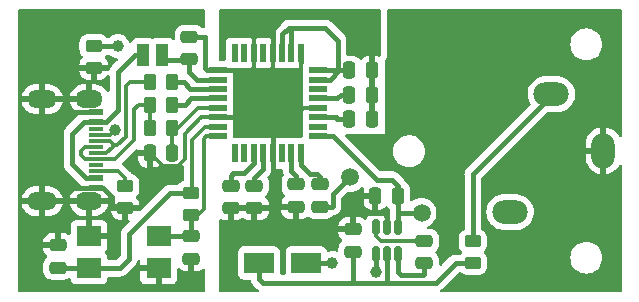
<source format=gbr>
%TF.GenerationSoftware,KiCad,Pcbnew,7.0.1*%
%TF.CreationDate,2023-04-28T10:50:47+02:00*%
%TF.ProjectId,zvukovka,7a76756b-6f76-46b6-912e-6b696361645f,rev?*%
%TF.SameCoordinates,Original*%
%TF.FileFunction,Copper,L1,Top*%
%TF.FilePolarity,Positive*%
%FSLAX46Y46*%
G04 Gerber Fmt 4.6, Leading zero omitted, Abs format (unit mm)*
G04 Created by KiCad (PCBNEW 7.0.1) date 2023-04-28 10:50:47*
%MOMM*%
%LPD*%
G01*
G04 APERTURE LIST*
G04 Aperture macros list*
%AMRoundRect*
0 Rectangle with rounded corners*
0 $1 Rounding radius*
0 $2 $3 $4 $5 $6 $7 $8 $9 X,Y pos of 4 corners*
0 Add a 4 corners polygon primitive as box body*
4,1,4,$2,$3,$4,$5,$6,$7,$8,$9,$2,$3,0*
0 Add four circle primitives for the rounded corners*
1,1,$1+$1,$2,$3*
1,1,$1+$1,$4,$5*
1,1,$1+$1,$6,$7*
1,1,$1+$1,$8,$9*
0 Add four rect primitives between the rounded corners*
20,1,$1+$1,$2,$3,$4,$5,0*
20,1,$1+$1,$4,$5,$6,$7,0*
20,1,$1+$1,$6,$7,$8,$9,0*
20,1,$1+$1,$8,$9,$2,$3,0*%
G04 Aperture macros list end*
%TA.AperFunction,SMDPad,CuDef*%
%ADD10RoundRect,0.250000X-0.475000X0.250000X-0.475000X-0.250000X0.475000X-0.250000X0.475000X0.250000X0*%
%TD*%
%TA.AperFunction,SMDPad,CuDef*%
%ADD11R,2.100000X1.700000*%
%TD*%
%TA.AperFunction,SMDPad,CuDef*%
%ADD12RoundRect,0.250000X0.450000X-0.262500X0.450000X0.262500X-0.450000X0.262500X-0.450000X-0.262500X0*%
%TD*%
%TA.AperFunction,SMDPad,CuDef*%
%ADD13R,1.200000X0.600000*%
%TD*%
%TA.AperFunction,SMDPad,CuDef*%
%ADD14R,1.200000X0.300000*%
%TD*%
%TA.AperFunction,ComponentPad*%
%ADD15C,0.900000*%
%TD*%
%TA.AperFunction,ComponentPad*%
%ADD16O,2.300000X1.500000*%
%TD*%
%TA.AperFunction,ComponentPad*%
%ADD17O,2.500000X1.500000*%
%TD*%
%TA.AperFunction,ComponentPad*%
%ADD18C,1.400000*%
%TD*%
%TA.AperFunction,SMDPad,CuDef*%
%ADD19R,1.600000X0.550000*%
%TD*%
%TA.AperFunction,SMDPad,CuDef*%
%ADD20R,0.550000X1.600000*%
%TD*%
%TA.AperFunction,SMDPad,CuDef*%
%ADD21RoundRect,0.150000X-0.150000X0.512500X-0.150000X-0.512500X0.150000X-0.512500X0.150000X0.512500X0*%
%TD*%
%TA.AperFunction,SMDPad,CuDef*%
%ADD22RoundRect,0.250000X0.250000X0.475000X-0.250000X0.475000X-0.250000X-0.475000X0.250000X-0.475000X0*%
%TD*%
%TA.AperFunction,SMDPad,CuDef*%
%ADD23R,2.500000X1.800000*%
%TD*%
%TA.AperFunction,SMDPad,CuDef*%
%ADD24RoundRect,0.250000X0.475000X-0.250000X0.475000X0.250000X-0.475000X0.250000X-0.475000X-0.250000X0*%
%TD*%
%TA.AperFunction,SMDPad,CuDef*%
%ADD25RoundRect,0.250000X0.262500X0.450000X-0.262500X0.450000X-0.262500X-0.450000X0.262500X-0.450000X0*%
%TD*%
%TA.AperFunction,SMDPad,CuDef*%
%ADD26RoundRect,0.250000X-0.262500X-0.450000X0.262500X-0.450000X0.262500X0.450000X-0.262500X0.450000X0*%
%TD*%
%TA.AperFunction,SMDPad,CuDef*%
%ADD27RoundRect,0.250000X-0.450000X0.262500X-0.450000X-0.262500X0.450000X-0.262500X0.450000X0.262500X0*%
%TD*%
%TA.AperFunction,SMDPad,CuDef*%
%ADD28R,1.000000X1.900000*%
%TD*%
%TA.AperFunction,SMDPad,CuDef*%
%ADD29RoundRect,0.250000X-0.250000X-0.475000X0.250000X-0.475000X0.250000X0.475000X-0.250000X0.475000X0*%
%TD*%
%TA.AperFunction,ComponentPad*%
%ADD30C,0.600000*%
%TD*%
%TA.AperFunction,SMDPad,CuDef*%
%ADD31O,3.000000X2.000000*%
%TD*%
%TA.AperFunction,SMDPad,CuDef*%
%ADD32O,2.000000X3.000000*%
%TD*%
%TA.AperFunction,ViaPad*%
%ADD33C,1.500000*%
%TD*%
%TA.AperFunction,ViaPad*%
%ADD34C,1.000000*%
%TD*%
%TA.AperFunction,Conductor*%
%ADD35C,0.400000*%
%TD*%
%TA.AperFunction,Conductor*%
%ADD36C,0.300000*%
%TD*%
G04 APERTURE END LIST*
D10*
%TO.P,C15,1*%
%TO.N,GNDA*%
X98650000Y-66550000D03*
%TO.P,C15,2*%
%TO.N,CAPOUT*%
X98650000Y-68450000D03*
%TD*%
%TO.P,C13,1*%
%TO.N,Net-(U3-CAP-)*%
X104700000Y-67550000D03*
%TO.P,C13,2*%
%TO.N,Net-(U3-CAP+)*%
X104700000Y-69450000D03*
%TD*%
D11*
%TO.P,Y2,1,1*%
%TO.N,/XTO*%
X76300000Y-69850000D03*
%TO.P,Y2,2,2*%
%TO.N,GNDD*%
X82200000Y-69850000D03*
%TO.P,Y2,3,3*%
%TO.N,Net-(U2-XTI)*%
X82200000Y-67150000D03*
%TO.P,Y2,4,4*%
%TO.N,GNDD*%
X76300000Y-67150000D03*
%TD*%
D12*
%TO.P,R7,1*%
%TO.N,GNDD*%
X76700000Y-52862500D03*
%TO.P,R7,2*%
%TO.N,Net-(J1-CC1)*%
X76700000Y-51037500D03*
%TD*%
%TO.P,R5,1*%
%TO.N,GNDD*%
X79350000Y-64712500D03*
%TO.P,R5,2*%
%TO.N,Net-(J1-CC2)*%
X79350000Y-62887500D03*
%TD*%
D13*
%TO.P,J1,A1,GND*%
%TO.N,GNDD*%
X76900000Y-56650000D03*
X76900000Y-63050000D03*
%TO.P,J1,A4,VBUS*%
%TO.N,Net-(J1-VBUS-PadA4)*%
X76900000Y-57450000D03*
X76900000Y-62250000D03*
D14*
%TO.P,J1,A5,CC1*%
%TO.N,Net-(J1-CC1)*%
X76900000Y-58600000D03*
%TO.P,J1,A6,D+*%
%TO.N,Net-(J1-D+-PadA6)*%
X76900000Y-59600000D03*
%TO.P,J1,A7,D-*%
%TO.N,Net-(J1-D--PadA7)*%
X76900000Y-60100000D03*
%TO.P,J1,A8,SBU1*%
%TO.N,unconnected-(J1-SBU1-PadA8)*%
X76900000Y-61100000D03*
%TO.P,J1,B5,CC2*%
%TO.N,Net-(J1-CC2)*%
X76900000Y-61600000D03*
%TO.P,J1,B6,D+*%
%TO.N,Net-(J1-D+-PadA6)*%
X76900000Y-60600000D03*
%TO.P,J1,B7,D-*%
%TO.N,Net-(J1-D--PadA7)*%
X76900000Y-59100000D03*
%TO.P,J1,B8,SBU2*%
%TO.N,unconnected-(J1-SBU2-PadB8)*%
X76900000Y-58100000D03*
D15*
%TO.P,J1,S1,SHIELD*%
%TO.N,GNDD*%
X76730000Y-55530000D03*
D16*
X76325000Y-55530000D03*
D17*
X72325000Y-55530000D03*
D15*
X75800000Y-55550000D03*
X72900000Y-55550000D03*
X71700000Y-55550000D03*
X76800000Y-64150000D03*
X75900000Y-64150000D03*
D16*
X76300000Y-64170000D03*
D18*
X72820000Y-64170000D03*
D17*
X72325000Y-64170000D03*
D18*
X71830000Y-64170000D03*
%TD*%
D19*
%TO.P,U2,1,BGND*%
%TO.N,GND1*%
X87190000Y-53080000D03*
%TO.P,U2,2,VBUS*%
%TO.N,Net-(U2-VBUS)*%
X87190000Y-53880000D03*
%TO.P,U2,3,D-*%
%TO.N,Net-(U2-D-)*%
X87190000Y-54680000D03*
%TO.P,U2,4,D+*%
%TO.N,Net-(U2-D+)*%
X87190000Y-55480000D03*
%TO.P,U2,5,VDD*%
%TO.N,Net-(U2-VDD)*%
X87190000Y-56280000D03*
%TO.P,U2,6,DGND*%
%TO.N,GNDD*%
X87190000Y-57080000D03*
%TO.P,U2,7,XTO*%
%TO.N,/XTO*%
X87190000Y-57880000D03*
%TO.P,U2,8,XTI*%
%TO.N,Net-(U2-XTI)*%
X87190000Y-58680000D03*
D20*
%TO.P,U2,9,FL*%
%TO.N,unconnected-(U2-FL-Pad9)*%
X88640000Y-60130000D03*
%TO.P,U2,10,FR*%
%TO.N,unconnected-(U2-FR-Pad10)*%
X89440000Y-60130000D03*
%TO.P,U2,11,VCOM1*%
%TO.N,Net-(U2-VCOM1)*%
X90240000Y-60130000D03*
%TO.P,U2,12,VCOM2*%
%TO.N,Net-(U2-VCOM2)*%
X91040000Y-60130000D03*
%TO.P,U2,13,AGND*%
%TO.N,GNDA*%
X91840000Y-60130000D03*
%TO.P,U2,14*%
%TO.N,N/C*%
X92640000Y-60130000D03*
%TO.P,U2,15,VCCA*%
%TO.N,Net-(U2-VCCA)*%
X93440000Y-60130000D03*
%TO.P,U2,16,VIN*%
%TO.N,Net-(U2-VIN)*%
X94240000Y-60130000D03*
D19*
%TO.P,U2,17,MBIAS*%
%TO.N,Net-(D1-A)*%
X95690000Y-58680000D03*
%TO.P,U2,18,VOUTL*%
%TO.N,unconnected-(U2-VOUTL-Pad18)*%
X95690000Y-57880000D03*
%TO.P,U2,19,VCCL*%
%TO.N,Net-(U2-VCCL)*%
X95690000Y-57080000D03*
%TO.P,U2,20,HGND*%
%TO.N,GND*%
X95690000Y-56280000D03*
%TO.P,U2,21,VCCR*%
%TO.N,Net-(U2-VCCR)*%
X95690000Y-55480000D03*
%TO.P,U2,22,VOUTR*%
%TO.N,unconnected-(U2-VOUTR-Pad22)*%
X95690000Y-54680000D03*
%TO.P,U2,23,MAMP*%
%TO.N,Net-(U2-MAMP)*%
X95690000Y-53880000D03*
%TO.P,U2,24,POWER*%
X95690000Y-53080000D03*
D20*
%TO.P,U2,25,PGND*%
%TO.N,GND*%
X94240000Y-51630000D03*
%TO.P,U2,26,VCCP*%
%TO.N,Net-(U2-MAMP)*%
X93440000Y-51630000D03*
%TO.P,U2,27,TEST1*%
X92640000Y-51630000D03*
%TO.P,U2,28,TEST0*%
%TO.N,GND*%
X91840000Y-51630000D03*
%TO.P,U2,29,~{SSPND}*%
%TO.N,unconnected-(U2-~{SSPND}-Pad29)*%
X91040000Y-51630000D03*
%TO.P,U2,30,MMUTE*%
%TO.N,GND*%
X90240000Y-51630000D03*
%TO.P,U2,31,~{REC}*%
%TO.N,unconnected-(U2-~{REC}-Pad31)*%
X89440000Y-51630000D03*
%TO.P,U2,32,~{PLAY}*%
%TO.N,unconnected-(U2-~{PLAY}-Pad32)*%
X88640000Y-51630000D03*
%TD*%
D21*
%TO.P,U3,6,CAP+*%
%TO.N,Net-(U3-CAP+)*%
X102500000Y-68637500D03*
%TO.P,U3,5,VOUT*%
%TO.N,CAPOUT*%
X101550000Y-68637500D03*
%TO.P,U3,4,SD*%
%TO.N,Net-(D1-A)*%
X100600000Y-68637500D03*
%TO.P,U3,3,CAP-*%
%TO.N,Net-(U3-CAP-)*%
X100600000Y-66362500D03*
%TO.P,U3,2,GND*%
%TO.N,GNDA*%
X101550000Y-66362500D03*
%TO.P,U3,1,V+*%
%TO.N,Net-(D1-A)*%
X102500000Y-66362500D03*
%TD*%
D22*
%TO.P,C1,1*%
%TO.N,Net-(U2-VDD)*%
X83350000Y-60100000D03*
%TO.P,C1,2*%
%TO.N,GNDD*%
X81450000Y-60100000D03*
%TD*%
D23*
%TO.P,D1,1,K*%
%TO.N,CAPOUT*%
X90700000Y-69400000D03*
%TO.P,D1,2,A*%
%TO.N,Net-(D1-A)*%
X94700000Y-69400000D03*
%TD*%
D24*
%TO.P,C2,1*%
%TO.N,GNDD*%
X84950000Y-69050000D03*
%TO.P,C2,2*%
%TO.N,Net-(U2-XTI)*%
X84950000Y-67150000D03*
%TD*%
D25*
%TO.P,R3,1*%
%TO.N,Net-(U2-VDD)*%
X83312500Y-58000000D03*
%TO.P,R3,2*%
%TO.N,/D+*%
X81487500Y-58000000D03*
%TD*%
D22*
%TO.P,C17,1*%
%TO.N,GND*%
X100250000Y-53100000D03*
%TO.P,C17,2*%
%TO.N,Net-(U2-MAMP)*%
X98350000Y-53100000D03*
%TD*%
D24*
%TO.P,C8,1*%
%TO.N,GNDA*%
X93800000Y-64650000D03*
%TO.P,C8,2*%
%TO.N,Net-(U2-VCCA)*%
X93800000Y-62750000D03*
%TD*%
D26*
%TO.P,R2,1*%
%TO.N,Net-(J1-D+-PadA6)*%
X81487500Y-56000000D03*
%TO.P,R2,2*%
%TO.N,Net-(U2-D+)*%
X83312500Y-56000000D03*
%TD*%
D22*
%TO.P,C14,1*%
%TO.N,GND*%
X100250000Y-55200000D03*
%TO.P,C14,2*%
%TO.N,Net-(U2-VCCR)*%
X98350000Y-55200000D03*
%TD*%
D24*
%TO.P,C6,1*%
%TO.N,GNDA*%
X88300000Y-64750000D03*
%TO.P,C6,2*%
%TO.N,Net-(U2-VCOM1)*%
X88300000Y-62850000D03*
%TD*%
D27*
%TO.P,R4,1*%
%TO.N,/XTO*%
X84900000Y-63487500D03*
%TO.P,R4,2*%
%TO.N,Net-(U2-XTI)*%
X84900000Y-65312500D03*
%TD*%
D28*
%TO.P,L1,1*%
%TO.N,Net-(U2-VBUS)*%
X82500000Y-51800000D03*
%TO.P,L1,2*%
%TO.N,Net-(J1-VBUS-PadA4)*%
X80900000Y-51800000D03*
%TD*%
D10*
%TO.P,C9,1*%
%TO.N,Net-(U2-VIN)*%
X95850000Y-62750000D03*
%TO.P,C9,2*%
%TO.N,VIN*%
X95850000Y-64650000D03*
%TD*%
D29*
%TO.P,C11,1*%
%TO.N,Net-(U2-VCCL)*%
X98350000Y-57200000D03*
%TO.P,C11,2*%
%TO.N,GND*%
X100250000Y-57200000D03*
%TD*%
D22*
%TO.P,C10,1*%
%TO.N,Net-(D1-A)*%
X102450000Y-63700000D03*
%TO.P,C10,2*%
%TO.N,GNDA*%
X100550000Y-63700000D03*
%TD*%
D24*
%TO.P,C7,1*%
%TO.N,GNDA*%
X90300000Y-64750000D03*
%TO.P,C7,2*%
%TO.N,Net-(U2-VCOM2)*%
X90300000Y-62850000D03*
%TD*%
D10*
%TO.P,C3,1*%
%TO.N,GNDD*%
X73650000Y-67900000D03*
%TO.P,C3,2*%
%TO.N,/XTO*%
X73650000Y-69800000D03*
%TD*%
D25*
%TO.P,R1,1*%
%TO.N,Net-(U2-D-)*%
X83312500Y-54100000D03*
%TO.P,R1,2*%
%TO.N,Net-(J1-D--PadA7)*%
X81487500Y-54100000D03*
%TD*%
D30*
%TO.P,U1,3*%
%TO.N,unconnected-(U1-Pad3)*%
X111550000Y-65100000D03*
D31*
X111950000Y-65100000D03*
D30*
X112350000Y-65100000D03*
%TO.P,U1,2*%
%TO.N,VIN*%
X115050000Y-55100000D03*
D31*
X115450000Y-55100000D03*
D30*
X115850000Y-55100000D03*
%TO.P,U1,1*%
%TO.N,GNDA*%
X119850000Y-59500000D03*
D32*
X119850000Y-59900000D03*
D30*
X119850000Y-60300000D03*
%TD*%
D10*
%TO.P,C18,1*%
%TO.N,GND1*%
X84800000Y-50250000D03*
%TO.P,C18,2*%
%TO.N,Net-(U2-VBUS)*%
X84800000Y-52150000D03*
%TD*%
D27*
%TO.P,R6,1*%
%TO.N,VIN*%
X108800000Y-67587500D03*
%TO.P,R6,2*%
%TO.N,CAPOUT*%
X108800000Y-69412500D03*
%TD*%
D33*
%TO.N,Net-(D1-A)*%
X104450000Y-65150000D03*
D34*
X96900000Y-69400000D03*
%TO.N,GNDD*%
X72350000Y-52700000D03*
X73600000Y-66400000D03*
D33*
%TO.N,GNDA*%
X98500000Y-64400000D03*
%TO.N,VIN*%
X98400000Y-62150000D03*
D34*
%TO.N,Net-(J1-CC1)*%
X78750000Y-51050000D03*
X78500000Y-58150000D03*
%TO.N,GND*%
X99800000Y-50300000D03*
%TO.N,Net-(D1-A)*%
X100600000Y-70150000D03*
%TO.N,GNDA*%
X104650000Y-50550000D03*
D33*
X88600000Y-66950000D03*
D34*
X113300000Y-50550000D03*
X112800000Y-69000000D03*
%TO.N,GNDD*%
X84900000Y-70850000D03*
X83200000Y-61900000D03*
%TD*%
D35*
%TO.N,Net-(U3-CAP+)*%
X102700000Y-70400000D02*
X104600000Y-70400000D01*
X104600000Y-70400000D02*
X104700000Y-70300000D01*
X104700000Y-70300000D02*
X104700000Y-69450000D01*
X102500000Y-70200000D02*
X102700000Y-70400000D01*
X102500000Y-68637500D02*
X102500000Y-70200000D01*
%TO.N,CAPOUT*%
X101550000Y-71100000D02*
X105650000Y-71100000D01*
X105650000Y-71100000D02*
X107337500Y-69412500D01*
X107337500Y-69412500D02*
X108800000Y-69412500D01*
%TO.N,GNDA*%
X101550000Y-65150000D02*
X99450000Y-65150000D01*
X101550000Y-66362500D02*
X101550000Y-65150000D01*
%TO.N,/XTO*%
X79700000Y-66950000D02*
X83150000Y-63500000D01*
X78900000Y-69850000D02*
X79700000Y-69050000D01*
X79700000Y-69050000D02*
X79700000Y-66950000D01*
X84887500Y-63500000D02*
X84900000Y-63487500D01*
X76300000Y-69850000D02*
X78900000Y-69850000D01*
X83150000Y-63500000D02*
X84887500Y-63500000D01*
X73700000Y-69850000D02*
X73650000Y-69800000D01*
X76300000Y-69850000D02*
X73700000Y-69850000D01*
%TO.N,GND1*%
X88980000Y-53080000D02*
X89250000Y-53350000D01*
X87190000Y-53080000D02*
X88980000Y-53080000D01*
%TO.N,GNDD*%
X89830000Y-57080000D02*
X89850000Y-57100000D01*
X87190000Y-57080000D02*
X89830000Y-57080000D01*
%TO.N,GNDA*%
X91840000Y-58060000D02*
X91850000Y-58050000D01*
X91840000Y-60130000D02*
X91840000Y-58060000D01*
%TO.N,Net-(D1-A)*%
X101950000Y-62350000D02*
X102450000Y-62850000D01*
X100650000Y-62350000D02*
X101950000Y-62350000D01*
X96980000Y-58680000D02*
X100650000Y-62350000D01*
X95690000Y-58680000D02*
X96980000Y-58680000D01*
X102450000Y-62850000D02*
X102450000Y-63700000D01*
X102450000Y-63300000D02*
X102450000Y-63700000D01*
D36*
%TO.N,GND*%
X90240000Y-49410000D02*
X90250000Y-49400000D01*
X90240000Y-51630000D02*
X90240000Y-49410000D01*
D35*
%TO.N,GNDD*%
X74650000Y-56650000D02*
X74600000Y-56700000D01*
X76900000Y-56650000D02*
X74650000Y-56650000D01*
X79237500Y-64600000D02*
X79350000Y-64712500D01*
X78250000Y-64600000D02*
X79237500Y-64600000D01*
X76900000Y-63050000D02*
X77450000Y-63050000D01*
X77450000Y-63050000D02*
X78250000Y-63850000D01*
X78250000Y-63850000D02*
X78250000Y-64600000D01*
X76900000Y-63050000D02*
X74650000Y-63050000D01*
%TO.N,Net-(D1-A)*%
X104450000Y-65150000D02*
X102500000Y-65150000D01*
X102500000Y-65150000D02*
X102500000Y-63750000D01*
X102500000Y-66362500D02*
X102500000Y-65150000D01*
%TO.N,CAPOUT*%
X98650000Y-68450000D02*
X98650000Y-71050000D01*
X98700000Y-71100000D02*
X91050000Y-71100000D01*
X98650000Y-71050000D02*
X98700000Y-71100000D01*
X100277207Y-71100000D02*
X98700000Y-71100000D01*
X90700000Y-70750000D02*
X90700000Y-69400000D01*
X91050000Y-71100000D02*
X90700000Y-70750000D01*
%TO.N,Net-(D1-A)*%
X96900000Y-69400000D02*
X94700000Y-69400000D01*
X102500000Y-63750000D02*
X102450000Y-63700000D01*
%TO.N,CAPOUT*%
X100277207Y-71100000D02*
X101550000Y-71100000D01*
%TO.N,Net-(U2-VIN)*%
X95600000Y-61850000D02*
X95850000Y-62100000D01*
X95850000Y-62100000D02*
X95850000Y-62750000D01*
X95000000Y-61850000D02*
X95600000Y-61850000D01*
X94240000Y-61090000D02*
X95000000Y-61850000D01*
X94240000Y-60130000D02*
X94240000Y-61090000D01*
%TO.N,VIN*%
X96950000Y-63600000D02*
X98400000Y-62150000D01*
X96950000Y-64600000D02*
X96950000Y-63600000D01*
X96900000Y-64650000D02*
X96950000Y-64600000D01*
X95850000Y-64650000D02*
X96900000Y-64650000D01*
X108800000Y-61900000D02*
X115450000Y-55250000D01*
X108800000Y-67587500D02*
X108800000Y-61900000D01*
%TO.N,CAPOUT*%
X101550000Y-68637500D02*
X101550000Y-71100000D01*
%TO.N,Net-(D1-A)*%
X100600000Y-69650500D02*
X100600000Y-68637500D01*
D36*
%TO.N,Net-(U3-CAP-)*%
X101005000Y-67525000D02*
X104675000Y-67525000D01*
X104675000Y-67525000D02*
X104700000Y-67550000D01*
%TO.N,Net-(J1-CC1)*%
X78050000Y-58600000D02*
X78500000Y-58150000D01*
X76900000Y-58600000D02*
X78050000Y-58600000D01*
%TO.N,Net-(J1-D--PadA7)*%
X78050000Y-59100000D02*
X78300000Y-59350000D01*
X76900000Y-59100000D02*
X78050000Y-59100000D01*
X77750000Y-60100000D02*
X78300000Y-59550000D01*
X76900000Y-60100000D02*
X77750000Y-60100000D01*
%TO.N,Net-(J1-D+-PadA6)*%
X75650000Y-59900000D02*
X75950000Y-59600000D01*
X75650000Y-60300000D02*
X75650000Y-59900000D01*
X75950000Y-60600000D02*
X75650000Y-60300000D01*
X75950000Y-59600000D02*
X76542893Y-59600000D01*
X76900000Y-60600000D02*
X75950000Y-60600000D01*
%TO.N,Net-(J1-CC2)*%
X79350000Y-62200000D02*
X79350000Y-62887500D01*
X78750000Y-61600000D02*
X79350000Y-62200000D01*
X76900000Y-61600000D02*
X78750000Y-61600000D01*
%TO.N,Net-(J1-D+-PadA6)*%
X80500000Y-56000000D02*
X80987500Y-56000000D01*
X78500000Y-60600000D02*
X80100000Y-59000000D01*
X76900000Y-60600000D02*
X78500000Y-60600000D01*
X80100000Y-59000000D02*
X80100000Y-56400000D01*
X80100000Y-56400000D02*
X80500000Y-56000000D01*
D35*
%TO.N,Net-(J1-VBUS-PadA4)*%
X76900000Y-62250000D02*
X76050000Y-62250000D01*
X76050000Y-62250000D02*
X74850000Y-61050000D01*
X74850000Y-61050000D02*
X74850000Y-58450000D01*
X74850000Y-58450000D02*
X75850000Y-57450000D01*
X78750000Y-53200000D02*
X80150000Y-51800000D01*
X77750000Y-57450000D02*
X78750000Y-56450000D01*
X75850000Y-57450000D02*
X77750000Y-57450000D01*
X78750000Y-56450000D02*
X78750000Y-53200000D01*
X80150000Y-51800000D02*
X80900000Y-51800000D01*
%TO.N,Net-(J1-CC1)*%
X76712500Y-51050000D02*
X76700000Y-51037500D01*
X78750000Y-51050000D02*
X76712500Y-51050000D01*
%TO.N,Net-(U2-XTI)*%
X84950000Y-65362500D02*
X84900000Y-65312500D01*
X84950000Y-67150000D02*
X84950000Y-65362500D01*
X82200000Y-67150000D02*
X84950000Y-67150000D01*
D36*
%TO.N,Net-(J1-D--PadA7)*%
X79800000Y-54100000D02*
X81487500Y-54100000D01*
X79450000Y-58700000D02*
X79450000Y-54450000D01*
X78700000Y-59450000D02*
X79450000Y-58700000D01*
X79450000Y-54450000D02*
X79800000Y-54100000D01*
X78300000Y-59450000D02*
X78700000Y-59450000D01*
X78300000Y-59450000D02*
X78300000Y-59350000D01*
X78300000Y-59550000D02*
X78300000Y-59450000D01*
%TO.N,Net-(U2-VDD)*%
X83350000Y-58037500D02*
X83312500Y-58000000D01*
X85520000Y-56280000D02*
X87190000Y-56280000D01*
X83350000Y-60100000D02*
X83350000Y-58037500D01*
X83312500Y-58000000D02*
X83800000Y-58000000D01*
X83800000Y-58000000D02*
X85520000Y-56280000D01*
%TO.N,GND*%
X91900000Y-56300000D02*
X91920000Y-56280000D01*
X91920000Y-56280000D02*
X95690000Y-56280000D01*
X91840000Y-51630000D02*
X91840000Y-56240000D01*
D35*
X91840000Y-51630000D02*
X91840000Y-49560000D01*
D36*
X94240000Y-51630000D02*
X94240000Y-53860000D01*
X90240000Y-51630000D02*
X90240000Y-55060000D01*
D35*
X98100000Y-48600000D02*
X99800000Y-50300000D01*
X91840000Y-49560000D02*
X92800000Y-48600000D01*
X92800000Y-48600000D02*
X98100000Y-48600000D01*
D36*
X91840000Y-56240000D02*
X91900000Y-56300000D01*
%TO.N,Net-(U2-XTI)*%
X85487500Y-65312500D02*
X86000000Y-64800000D01*
X86000000Y-58900000D02*
X86220000Y-58680000D01*
X86220000Y-58680000D02*
X87190000Y-58680000D01*
X84900000Y-65312500D02*
X85487500Y-65312500D01*
X86000000Y-64800000D02*
X86000000Y-58900000D01*
%TO.N,/XTO*%
X87190000Y-57880000D02*
X86090000Y-57880000D01*
X85000000Y-63387500D02*
X84900000Y-63487500D01*
X85000000Y-58970000D02*
X85000000Y-63387500D01*
X86090000Y-57880000D02*
X85000000Y-58970000D01*
D35*
%TO.N,Net-(U2-VCOM1)*%
X89400000Y-61800000D02*
X88500000Y-61800000D01*
D36*
X90240000Y-60130000D02*
X90240000Y-60960000D01*
D35*
X88300000Y-62000000D02*
X88300000Y-62850000D01*
X90240000Y-60960000D02*
X89400000Y-61800000D01*
X88500000Y-61800000D02*
X88300000Y-62000000D01*
%TO.N,Net-(U2-VCOM2)*%
X91040000Y-61460000D02*
X91040000Y-60130000D01*
X90300000Y-62200000D02*
X91040000Y-61460000D01*
X90300000Y-62850000D02*
X90300000Y-62200000D01*
D36*
%TO.N,Net-(U2-VCCA)*%
X93440000Y-62690000D02*
X93500000Y-62750000D01*
D35*
X93800000Y-62000000D02*
X93440000Y-61640000D01*
X93440000Y-61640000D02*
X93440000Y-60130000D01*
X93800000Y-62750000D02*
X93800000Y-62000000D01*
D36*
X93800000Y-62750000D02*
X94350000Y-62750000D01*
D35*
%TO.N,Net-(U2-VCCL)*%
X97300000Y-57200000D02*
X97180000Y-57080000D01*
X97180000Y-57080000D02*
X95690000Y-57080000D01*
X98350000Y-57200000D02*
X97300000Y-57200000D01*
D36*
%TO.N,Net-(U3-CAP-)*%
X100600000Y-66362500D02*
X100600000Y-67120000D01*
X100600000Y-67120000D02*
X101005000Y-67525000D01*
D35*
%TO.N,Net-(U2-VCCR)*%
X97600000Y-55200000D02*
X98350000Y-55200000D01*
X97320000Y-55480000D02*
X97600000Y-55200000D01*
X95690000Y-55480000D02*
X97320000Y-55480000D01*
%TO.N,Net-(U2-MAMP)*%
X96680000Y-53880000D02*
X97480000Y-53080000D01*
X93440000Y-51630000D02*
X93440000Y-49660000D01*
X93600000Y-49500000D02*
X96300000Y-49500000D01*
X93440000Y-49660000D02*
X93600000Y-49500000D01*
X95690000Y-53080000D02*
X97380000Y-53080000D01*
X95690000Y-53880000D02*
X96680000Y-53880000D01*
D36*
X97380000Y-53080000D02*
X97480000Y-53080000D01*
D35*
X92640000Y-51630000D02*
X92640000Y-50060000D01*
X92640000Y-50060000D02*
X93200000Y-49500000D01*
X93200000Y-49500000D02*
X93600000Y-49500000D01*
X97480000Y-53080000D02*
X98330000Y-53080000D01*
X96300000Y-49500000D02*
X97380000Y-50580000D01*
D36*
X98330000Y-53080000D02*
X98350000Y-53100000D01*
D35*
X97380000Y-50580000D02*
X97380000Y-53080000D01*
D36*
%TO.N,Net-(U2-VBUS)*%
X84750000Y-52200000D02*
X84800000Y-52150000D01*
D35*
X82900000Y-52200000D02*
X84750000Y-52200000D01*
X84800000Y-53200000D02*
X84800000Y-52150000D01*
X87190000Y-53880000D02*
X85480000Y-53880000D01*
D36*
X82500000Y-51800000D02*
X82900000Y-52200000D01*
D35*
X85480000Y-53880000D02*
X84800000Y-53200000D01*
D36*
%TO.N,/D+*%
X81487500Y-58000000D02*
X81487500Y-56000000D01*
D35*
%TO.N,Net-(U2-D-)*%
X83312500Y-54100000D02*
X84300000Y-54100000D01*
X84300000Y-54100000D02*
X84880000Y-54680000D01*
X84880000Y-54680000D02*
X87190000Y-54680000D01*
%TO.N,Net-(U2-D+)*%
X84400000Y-56000000D02*
X84920000Y-55480000D01*
X83312500Y-56000000D02*
X84400000Y-56000000D01*
X84920000Y-55480000D02*
X87190000Y-55480000D01*
%TO.N,GNDA*%
X92277818Y-62100000D02*
X92300000Y-62100000D01*
X92400000Y-62200000D02*
X92400000Y-64500000D01*
X92400000Y-64500000D02*
X92550000Y-64650000D01*
X92550000Y-64650000D02*
X93800000Y-64650000D01*
X91840000Y-60130000D02*
X91840000Y-61662182D01*
X92300000Y-62100000D02*
X92400000Y-62200000D01*
X91840000Y-61662182D02*
X92277818Y-62100000D01*
D36*
%TO.N,GNDD*%
X84450000Y-58450000D02*
X85820000Y-57080000D01*
X84450000Y-60573528D02*
X84450000Y-58450000D01*
X83848528Y-61175000D02*
X84450000Y-60573528D01*
X85820000Y-57080000D02*
X87190000Y-57080000D01*
X81450000Y-60100000D02*
X82525000Y-61175000D01*
X82525000Y-61175000D02*
X83175000Y-61175000D01*
X83175000Y-61175000D02*
X83848528Y-61175000D01*
X83200000Y-61900000D02*
X83200000Y-61200000D01*
X83200000Y-61200000D02*
X83175000Y-61175000D01*
D35*
%TO.N,GND1*%
X86050000Y-50250000D02*
X84800000Y-50250000D01*
X86280000Y-53080000D02*
X86100000Y-52900000D01*
X87190000Y-53080000D02*
X86280000Y-53080000D01*
X86100000Y-50300000D02*
X86050000Y-50250000D01*
X86100000Y-52900000D02*
X86100000Y-50300000D01*
%TD*%
%TA.AperFunction,Conductor*%
%TO.N,GNDA*%
G36*
X121336500Y-47917381D02*
G01*
X121382619Y-47963500D01*
X121399500Y-48026500D01*
X121399500Y-58593826D01*
X121383123Y-58655945D01*
X121338250Y-58701916D01*
X121276544Y-58719789D01*
X121214048Y-58704918D01*
X121167006Y-58661168D01*
X121059484Y-58491134D01*
X120898025Y-58308886D01*
X120709429Y-58154903D01*
X120498572Y-58033164D01*
X120270919Y-57946826D01*
X120103999Y-57912749D01*
X120104000Y-57912750D01*
X120104000Y-61888234D01*
X120152621Y-61882330D01*
X120386481Y-61814592D01*
X120606453Y-61710214D01*
X120806832Y-61571902D01*
X120982421Y-61403246D01*
X121128695Y-61208592D01*
X121161933Y-61145264D01*
X121207017Y-61096786D01*
X121270455Y-61077856D01*
X121334734Y-61093699D01*
X121382108Y-61139942D01*
X121399500Y-61203819D01*
X121399500Y-71773500D01*
X121382619Y-71836500D01*
X121336500Y-71882619D01*
X121273500Y-71899500D01*
X106143469Y-71899500D01*
X106083584Y-71884360D01*
X106038092Y-71842577D01*
X106017924Y-71784193D01*
X106027927Y-71723240D01*
X106065699Y-71674365D01*
X106066105Y-71674045D01*
X106067060Y-71673298D01*
X106073180Y-71668791D01*
X106123273Y-71634215D01*
X106163611Y-71588682D01*
X106168803Y-71583165D01*
X107588051Y-70163919D01*
X107644533Y-70131310D01*
X107709755Y-70131310D01*
X107766239Y-70163922D01*
X107876344Y-70274027D01*
X107876346Y-70274028D01*
X107876348Y-70274030D01*
X108027262Y-70367115D01*
X108195574Y-70422887D01*
X108299455Y-70433500D01*
X109300544Y-70433499D01*
X109404426Y-70422887D01*
X109572738Y-70367115D01*
X109723652Y-70274030D01*
X109849030Y-70148652D01*
X109942115Y-69997738D01*
X109997887Y-69829426D01*
X110008500Y-69725545D01*
X110008499Y-69099456D01*
X109997887Y-68995574D01*
X109982786Y-68950000D01*
X117044341Y-68950000D01*
X117048391Y-68996295D01*
X117064937Y-69185409D01*
X117126096Y-69413662D01*
X117225965Y-69627829D01*
X117361507Y-69821404D01*
X117528595Y-69988492D01*
X117528598Y-69988494D01*
X117528599Y-69988495D01*
X117722171Y-70124035D01*
X117936337Y-70223903D01*
X118164592Y-70285063D01*
X118341034Y-70300500D01*
X118458960Y-70300500D01*
X118458966Y-70300500D01*
X118635408Y-70285063D01*
X118863663Y-70223903D01*
X119077829Y-70124035D01*
X119271401Y-69988495D01*
X119438495Y-69821401D01*
X119574035Y-69627830D01*
X119673903Y-69413663D01*
X119735063Y-69185408D01*
X119755659Y-68950000D01*
X119735063Y-68714592D01*
X119673903Y-68486337D01*
X119574035Y-68272171D01*
X119438495Y-68078599D01*
X119438494Y-68078598D01*
X119438492Y-68078595D01*
X119271404Y-67911507D01*
X119077829Y-67775965D01*
X118863662Y-67676096D01*
X118635409Y-67614937D01*
X118610202Y-67612731D01*
X118458966Y-67599500D01*
X118341034Y-67599500D01*
X118208702Y-67611077D01*
X118164590Y-67614937D01*
X117936337Y-67676096D01*
X117722170Y-67775965D01*
X117528595Y-67911507D01*
X117361507Y-68078595D01*
X117225965Y-68272169D01*
X117126096Y-68486336D01*
X117064937Y-68714590D01*
X117058640Y-68786565D01*
X117044341Y-68950000D01*
X109982786Y-68950000D01*
X109942115Y-68827262D01*
X109849030Y-68676348D01*
X109761775Y-68589093D01*
X109729165Y-68532611D01*
X109729165Y-68467389D01*
X109761775Y-68410906D01*
X109849030Y-68323652D01*
X109942115Y-68172738D01*
X109997887Y-68004426D01*
X110008500Y-67900545D01*
X110008499Y-67274456D01*
X109997887Y-67170574D01*
X109942115Y-67002262D01*
X109849030Y-66851348D01*
X109849028Y-66851346D01*
X109849027Y-66851344D01*
X109723655Y-66725972D01*
X109683124Y-66700972D01*
X109572738Y-66632885D01*
X109572735Y-66632884D01*
X109568353Y-66630181D01*
X109524476Y-66584346D01*
X109508500Y-66522940D01*
X109508500Y-65160941D01*
X109937819Y-65160941D01*
X109959483Y-65339352D01*
X109967177Y-65402720D01*
X110034939Y-65636662D01*
X110092970Y-65758960D01*
X110139350Y-65856705D01*
X110277708Y-66057150D01*
X110436309Y-66222270D01*
X110446425Y-66232802D01*
X110641135Y-66379117D01*
X110661139Y-66389616D01*
X110852395Y-66489995D01*
X110856795Y-66492304D01*
X111040099Y-66553500D01*
X111087821Y-66569432D01*
X111328219Y-66608500D01*
X111328221Y-66608500D01*
X112510797Y-66608500D01*
X112510802Y-66608500D01*
X112593511Y-66601822D01*
X112692768Y-66593810D01*
X112929248Y-66535523D01*
X113153316Y-66440056D01*
X113359168Y-66309883D01*
X113541474Y-66148375D01*
X113695510Y-65959714D01*
X113817289Y-65748787D01*
X113903656Y-65521057D01*
X113952374Y-65282421D01*
X113962181Y-65039061D01*
X113932823Y-64797280D01*
X113865061Y-64563338D01*
X113760650Y-64343296D01*
X113756968Y-64337962D01*
X113622291Y-64142849D01*
X113453579Y-63967202D01*
X113453578Y-63967201D01*
X113453575Y-63967198D01*
X113258865Y-63820883D01*
X113258861Y-63820881D01*
X113258860Y-63820880D01*
X113043208Y-63707697D01*
X112812178Y-63630567D01*
X112571781Y-63591500D01*
X112571779Y-63591500D01*
X111389203Y-63591500D01*
X111389198Y-63591500D01*
X111207237Y-63606189D01*
X111207233Y-63606189D01*
X111207232Y-63606190D01*
X111074563Y-63638890D01*
X110970748Y-63664478D01*
X110746683Y-63759944D01*
X110540830Y-63890117D01*
X110358527Y-64051623D01*
X110204490Y-64240285D01*
X110082712Y-64451210D01*
X109996344Y-64678942D01*
X109961050Y-64851824D01*
X109947626Y-64917579D01*
X109942731Y-65039061D01*
X109937819Y-65160941D01*
X109508500Y-65160941D01*
X109508500Y-62245660D01*
X109518091Y-62197442D01*
X109545405Y-62156565D01*
X111547970Y-60154000D01*
X118342000Y-60154000D01*
X118342000Y-60460776D01*
X118356685Y-60642682D01*
X118414954Y-60879089D01*
X118510389Y-61103084D01*
X118640515Y-61308865D01*
X118801974Y-61491113D01*
X118990570Y-61645096D01*
X119201427Y-61766835D01*
X119429080Y-61853173D01*
X119596000Y-61887250D01*
X119596000Y-60154000D01*
X118342000Y-60154000D01*
X111547970Y-60154000D01*
X112055970Y-59646000D01*
X118342000Y-59646000D01*
X119596000Y-59646000D01*
X119596000Y-57911766D01*
X119595999Y-57911765D01*
X119547378Y-57917669D01*
X119313518Y-57985407D01*
X119093546Y-58089785D01*
X118893167Y-58228097D01*
X118717578Y-58396753D01*
X118571307Y-58591403D01*
X118458156Y-58806994D01*
X118381055Y-59037938D01*
X118342000Y-59278259D01*
X118342000Y-59646000D01*
X112055970Y-59646000D01*
X115056565Y-56645405D01*
X115097442Y-56618091D01*
X115145660Y-56608500D01*
X116010802Y-56608500D01*
X116093511Y-56601822D01*
X116192768Y-56593810D01*
X116429248Y-56535523D01*
X116653316Y-56440056D01*
X116859168Y-56309883D01*
X117041474Y-56148375D01*
X117195510Y-55959714D01*
X117317289Y-55748787D01*
X117403656Y-55521057D01*
X117452374Y-55282421D01*
X117462181Y-55039061D01*
X117432823Y-54797280D01*
X117365061Y-54563338D01*
X117260650Y-54343296D01*
X117216530Y-54279378D01*
X117122291Y-54142849D01*
X116953579Y-53967202D01*
X116953578Y-53967201D01*
X116953575Y-53967198D01*
X116758865Y-53820883D01*
X116758861Y-53820881D01*
X116758860Y-53820880D01*
X116543208Y-53707697D01*
X116312178Y-53630567D01*
X116071781Y-53591500D01*
X116071779Y-53591500D01*
X114889203Y-53591500D01*
X114889198Y-53591500D01*
X114707237Y-53606189D01*
X114707233Y-53606189D01*
X114707232Y-53606190D01*
X114470752Y-53664477D01*
X114470748Y-53664478D01*
X114246683Y-53759944D01*
X114040830Y-53890117D01*
X113858527Y-54051623D01*
X113704490Y-54240285D01*
X113582712Y-54451210D01*
X113496344Y-54678942D01*
X113489155Y-54714157D01*
X113447626Y-54917579D01*
X113442731Y-55039061D01*
X113437819Y-55160941D01*
X113462967Y-55368046D01*
X113467177Y-55402720D01*
X113534939Y-55636662D01*
X113639350Y-55856704D01*
X113651490Y-55874292D01*
X113662179Y-55889777D01*
X113683234Y-55943650D01*
X113678000Y-56001254D01*
X113647579Y-56050449D01*
X108316856Y-61381172D01*
X108311317Y-61386388D01*
X108265782Y-61426729D01*
X108231238Y-61476773D01*
X108226731Y-61482898D01*
X108189224Y-61530774D01*
X108185036Y-61540078D01*
X108173843Y-61559923D01*
X108168048Y-61568319D01*
X108146482Y-61625183D01*
X108143570Y-61632211D01*
X108118611Y-61687668D01*
X108116771Y-61697710D01*
X108110651Y-61719662D01*
X108107035Y-61729197D01*
X108099705Y-61789554D01*
X108098561Y-61797071D01*
X108087597Y-61856906D01*
X108091270Y-61917610D01*
X108091500Y-61925218D01*
X108091500Y-66522940D01*
X108075524Y-66584346D01*
X108031647Y-66630181D01*
X108027264Y-66632884D01*
X108027262Y-66632885D01*
X107938289Y-66687764D01*
X107876344Y-66725972D01*
X107750972Y-66851344D01*
X107722630Y-66897294D01*
X107657885Y-67002262D01*
X107602113Y-67170574D01*
X107593904Y-67250931D01*
X107591500Y-67274459D01*
X107591500Y-67900540D01*
X107601458Y-67998011D01*
X107602113Y-68004426D01*
X107657885Y-68172738D01*
X107742241Y-68309500D01*
X107750972Y-68323655D01*
X107838222Y-68410905D01*
X107870834Y-68467389D01*
X107870834Y-68532611D01*
X107838222Y-68589095D01*
X107760222Y-68667095D01*
X107719345Y-68694409D01*
X107671127Y-68704000D01*
X107362706Y-68704000D01*
X107355098Y-68703770D01*
X107294404Y-68700098D01*
X107234597Y-68711058D01*
X107227076Y-68712203D01*
X107166698Y-68719535D01*
X107157163Y-68723151D01*
X107135205Y-68729272D01*
X107125170Y-68731111D01*
X107069721Y-68756066D01*
X107062694Y-68758977D01*
X107005824Y-68780546D01*
X106997427Y-68786342D01*
X106977576Y-68797538D01*
X106968274Y-68801724D01*
X106920388Y-68839240D01*
X106914261Y-68843748D01*
X106864226Y-68878285D01*
X106823904Y-68923798D01*
X106818689Y-68929338D01*
X106148595Y-69599433D01*
X106098435Y-69630171D01*
X106039788Y-69634787D01*
X105985438Y-69612274D01*
X105947232Y-69567541D01*
X105933499Y-69510340D01*
X105933499Y-69149456D01*
X105922887Y-69045574D01*
X105867115Y-68877262D01*
X105774030Y-68726348D01*
X105774028Y-68726346D01*
X105774027Y-68726344D01*
X105638239Y-68590556D01*
X105640593Y-68588201D01*
X105614943Y-68561410D01*
X105598965Y-68500000D01*
X105614943Y-68438590D01*
X105640593Y-68411798D01*
X105638239Y-68409444D01*
X105774027Y-68273655D01*
X105774027Y-68273654D01*
X105774030Y-68273652D01*
X105867115Y-68122738D01*
X105922887Y-67954426D01*
X105933500Y-67850545D01*
X105933499Y-67249456D01*
X105922887Y-67145574D01*
X105867115Y-66977262D01*
X105774030Y-66826348D01*
X105774028Y-66826346D01*
X105774027Y-66826344D01*
X105648655Y-66700972D01*
X105648652Y-66700970D01*
X105497738Y-66607885D01*
X105329426Y-66552113D01*
X105225545Y-66541500D01*
X105225541Y-66541500D01*
X105012130Y-66541500D01*
X104947235Y-66523503D01*
X104900878Y-66474653D01*
X104886303Y-66408905D01*
X104907672Y-66345041D01*
X104958879Y-66301306D01*
X105081654Y-66244056D01*
X105262038Y-66117749D01*
X105417749Y-65962038D01*
X105544056Y-65781654D01*
X105637120Y-65582076D01*
X105694115Y-65369371D01*
X105713307Y-65150000D01*
X105694115Y-64930629D01*
X105691005Y-64919024D01*
X105651289Y-64770803D01*
X105637120Y-64717924D01*
X105544056Y-64518347D01*
X105417749Y-64337962D01*
X105417748Y-64337961D01*
X105417746Y-64337958D01*
X105262041Y-64182253D01*
X105081653Y-64055943D01*
X104882074Y-63962879D01*
X104669375Y-63905885D01*
X104450000Y-63886693D01*
X104230624Y-63905885D01*
X104017925Y-63962879D01*
X103818348Y-64055942D01*
X103656769Y-64169081D01*
X103592739Y-64191597D01*
X103526318Y-64177630D01*
X103476780Y-64131232D01*
X103458499Y-64065870D01*
X103458499Y-63174456D01*
X103447887Y-63070574D01*
X103392115Y-62902262D01*
X103299030Y-62751348D01*
X103299028Y-62751346D01*
X103299027Y-62751344D01*
X103173653Y-62625970D01*
X103143712Y-62607502D01*
X103112706Y-62580494D01*
X103092049Y-62544945D01*
X103081954Y-62518325D01*
X103081952Y-62518322D01*
X103081951Y-62518319D01*
X103076161Y-62509931D01*
X103064957Y-62490067D01*
X103062396Y-62484376D01*
X103060775Y-62480774D01*
X103023260Y-62432891D01*
X103018766Y-62426783D01*
X102984215Y-62376727D01*
X102938682Y-62336388D01*
X102933141Y-62331171D01*
X102468827Y-61866857D01*
X102463610Y-61861316D01*
X102455648Y-61852329D01*
X102423273Y-61815785D01*
X102388338Y-61791671D01*
X102373220Y-61781235D01*
X102367092Y-61776725D01*
X102319224Y-61739223D01*
X102309922Y-61735036D01*
X102290068Y-61723839D01*
X102284016Y-61719662D01*
X102281675Y-61718046D01*
X102281673Y-61718045D01*
X102224822Y-61696483D01*
X102217794Y-61693572D01*
X102162329Y-61668610D01*
X102152289Y-61666770D01*
X102130332Y-61660649D01*
X102120801Y-61657035D01*
X102060432Y-61649704D01*
X102052914Y-61648559D01*
X102045153Y-61647137D01*
X101993093Y-61637597D01*
X101932390Y-61641270D01*
X101924782Y-61641500D01*
X100995660Y-61641500D01*
X100947442Y-61631909D01*
X100906565Y-61604595D01*
X99251970Y-59950000D01*
X102044341Y-59950000D01*
X102064937Y-60185409D01*
X102126096Y-60413662D01*
X102225965Y-60627829D01*
X102361507Y-60821404D01*
X102528595Y-60988492D01*
X102528598Y-60988494D01*
X102528599Y-60988495D01*
X102722171Y-61124035D01*
X102936337Y-61223903D01*
X103164592Y-61285063D01*
X103341034Y-61300500D01*
X103458960Y-61300500D01*
X103458966Y-61300500D01*
X103635408Y-61285063D01*
X103863663Y-61223903D01*
X104077829Y-61124035D01*
X104271401Y-60988495D01*
X104438495Y-60821401D01*
X104574035Y-60627830D01*
X104673903Y-60413663D01*
X104735063Y-60185408D01*
X104755659Y-59950000D01*
X104735063Y-59714592D01*
X104673903Y-59486337D01*
X104574035Y-59272171D01*
X104438495Y-59078599D01*
X104438494Y-59078598D01*
X104438492Y-59078595D01*
X104271404Y-58911507D01*
X104077829Y-58775965D01*
X103863662Y-58676096D01*
X103635409Y-58614937D01*
X103610201Y-58612731D01*
X103458966Y-58599500D01*
X103341034Y-58599500D01*
X103208702Y-58611077D01*
X103164590Y-58614937D01*
X102936337Y-58676096D01*
X102722170Y-58775965D01*
X102528595Y-58911507D01*
X102361507Y-59078595D01*
X102225965Y-59272169D01*
X102126096Y-59486336D01*
X102064937Y-59714590D01*
X102044341Y-59950000D01*
X99251970Y-59950000D01*
X98017065Y-58715095D01*
X97986327Y-58664936D01*
X97981711Y-58606289D01*
X98004224Y-58551939D01*
X98048957Y-58513733D01*
X98106160Y-58500000D01*
X101400000Y-58500000D01*
X101400000Y-52211825D01*
X101405459Y-52175140D01*
X101421362Y-52141633D01*
X101443375Y-52108818D01*
X101485407Y-51995269D01*
X101499224Y-51937903D01*
X101513500Y-51817662D01*
X101513500Y-50900000D01*
X117044341Y-50900000D01*
X117064937Y-51135409D01*
X117126096Y-51363662D01*
X117225965Y-51577829D01*
X117361507Y-51771404D01*
X117528595Y-51938492D01*
X117528598Y-51938494D01*
X117528599Y-51938495D01*
X117722171Y-52074035D01*
X117936337Y-52173903D01*
X118164592Y-52235063D01*
X118341034Y-52250500D01*
X118458960Y-52250500D01*
X118458966Y-52250500D01*
X118635408Y-52235063D01*
X118863663Y-52173903D01*
X119077829Y-52074035D01*
X119271401Y-51938495D01*
X119438495Y-51771401D01*
X119574035Y-51577830D01*
X119673903Y-51363663D01*
X119735063Y-51135408D01*
X119755659Y-50900000D01*
X119735063Y-50664592D01*
X119673903Y-50436337D01*
X119574035Y-50222171D01*
X119438495Y-50028599D01*
X119438494Y-50028598D01*
X119438492Y-50028595D01*
X119271404Y-49861507D01*
X119077829Y-49725965D01*
X118863662Y-49626096D01*
X118635409Y-49564937D01*
X118610201Y-49562731D01*
X118458966Y-49549500D01*
X118341034Y-49549500D01*
X118208702Y-49561077D01*
X118164590Y-49564937D01*
X117936337Y-49626096D01*
X117722170Y-49725965D01*
X117528595Y-49861507D01*
X117361507Y-50028595D01*
X117225965Y-50222169D01*
X117126096Y-50436336D01*
X117064937Y-50664590D01*
X117044341Y-50900000D01*
X101513500Y-50900000D01*
X101513500Y-48026500D01*
X101513500Y-48026499D01*
X101530381Y-47963500D01*
X101576500Y-47917381D01*
X101639500Y-47900500D01*
X121273500Y-47900500D01*
X121336500Y-47917381D01*
G37*
%TD.AperFunction*%
%TA.AperFunction,Conductor*%
G36*
X92094000Y-61425398D02*
G01*
X92094000Y-61438000D01*
X92163588Y-61438000D01*
X92224178Y-61431485D01*
X92251119Y-61431485D01*
X92255795Y-61431987D01*
X92255799Y-61431989D01*
X92316362Y-61438500D01*
X92605500Y-61438500D01*
X92668500Y-61455381D01*
X92714619Y-61501500D01*
X92731500Y-61564500D01*
X92731500Y-61614782D01*
X92731270Y-61622390D01*
X92727597Y-61683093D01*
X92738559Y-61742910D01*
X92739704Y-61750432D01*
X92747035Y-61810801D01*
X92750649Y-61820332D01*
X92756770Y-61842289D01*
X92758610Y-61852329D01*
X92766797Y-61870520D01*
X92777871Y-61919693D01*
X92768786Y-61969273D01*
X92740994Y-62011323D01*
X92725970Y-62026348D01*
X92632885Y-62177262D01*
X92577113Y-62345574D01*
X92568192Y-62432901D01*
X92566500Y-62449459D01*
X92566500Y-63050540D01*
X92567712Y-63062402D01*
X92577113Y-63154426D01*
X92632885Y-63322738D01*
X92725970Y-63473652D01*
X92725972Y-63473655D01*
X92861761Y-63609444D01*
X92859507Y-63611697D01*
X92885536Y-63638890D01*
X92901511Y-63700293D01*
X92885537Y-63761696D01*
X92859754Y-63788631D01*
X92862074Y-63790951D01*
X92726367Y-63926657D01*
X92633340Y-64077477D01*
X92577606Y-64245671D01*
X92567000Y-64349497D01*
X92567000Y-64396000D01*
X93928000Y-64396000D01*
X93991000Y-64412881D01*
X94037119Y-64459000D01*
X94054000Y-64522000D01*
X94054000Y-65658000D01*
X94325503Y-65658000D01*
X94429328Y-65647393D01*
X94597521Y-65591659D01*
X94758376Y-65492443D01*
X94824523Y-65473684D01*
X94890670Y-65492443D01*
X94901346Y-65499028D01*
X94901348Y-65499030D01*
X95052262Y-65592115D01*
X95220574Y-65647887D01*
X95324455Y-65658500D01*
X96375544Y-65658499D01*
X96479426Y-65647887D01*
X96647738Y-65592115D01*
X96798652Y-65499030D01*
X96905769Y-65391912D01*
X96936303Y-65369445D01*
X96972142Y-65357078D01*
X97002932Y-65351436D01*
X97010398Y-65350299D01*
X97070801Y-65342965D01*
X97080328Y-65339351D01*
X97102294Y-65333227D01*
X97112329Y-65331389D01*
X97167797Y-65306423D01*
X97174802Y-65303522D01*
X97231675Y-65281954D01*
X97240069Y-65276159D01*
X97259926Y-65264960D01*
X97269226Y-65260775D01*
X97317140Y-65223235D01*
X97323179Y-65218791D01*
X97373273Y-65184215D01*
X97413612Y-65138680D01*
X97418811Y-65133157D01*
X97433157Y-65118811D01*
X97438683Y-65113610D01*
X97446788Y-65106430D01*
X97484215Y-65073273D01*
X97518774Y-65023204D01*
X97523256Y-65017113D01*
X97560775Y-64969225D01*
X97564956Y-64959934D01*
X97576163Y-64940064D01*
X97581955Y-64931673D01*
X97603516Y-64874818D01*
X97606418Y-64867809D01*
X97631389Y-64812329D01*
X97633228Y-64802290D01*
X97639350Y-64780332D01*
X97642965Y-64770801D01*
X97650299Y-64710396D01*
X97651433Y-64702945D01*
X97662402Y-64643092D01*
X97662108Y-64638239D01*
X97658730Y-64582385D01*
X97658500Y-64574777D01*
X97658500Y-63954000D01*
X99542000Y-63954000D01*
X99542000Y-64225503D01*
X99552606Y-64329328D01*
X99608340Y-64497522D01*
X99701367Y-64648342D01*
X99826657Y-64773632D01*
X99977477Y-64866659D01*
X100145671Y-64922393D01*
X100249497Y-64933000D01*
X100296000Y-64933000D01*
X100296000Y-63954000D01*
X99542000Y-63954000D01*
X97658500Y-63954000D01*
X97658500Y-63945661D01*
X97668091Y-63897443D01*
X97695404Y-63856566D01*
X97798887Y-63753083D01*
X98118141Y-63433827D01*
X98164140Y-63404523D01*
X98218214Y-63397403D01*
X98400000Y-63413307D01*
X98619371Y-63394115D01*
X98832076Y-63337120D01*
X99031654Y-63244056D01*
X99212038Y-63117749D01*
X99335564Y-62994222D01*
X99388169Y-62962718D01*
X99449418Y-62959776D01*
X99504803Y-62986094D01*
X99541206Y-63035439D01*
X99550006Y-63096124D01*
X99542000Y-63174496D01*
X99542000Y-63446000D01*
X100678000Y-63446000D01*
X100741000Y-63462881D01*
X100787119Y-63509000D01*
X100804000Y-63572000D01*
X100804000Y-64933000D01*
X100850503Y-64933000D01*
X100954328Y-64922393D01*
X101122522Y-64866659D01*
X101273342Y-64773632D01*
X101409049Y-64637926D01*
X101411369Y-64640246D01*
X101438262Y-64614484D01*
X101499671Y-64598488D01*
X101561089Y-64614451D01*
X101588301Y-64640493D01*
X101590556Y-64638239D01*
X101726345Y-64774028D01*
X101731646Y-64777298D01*
X101775524Y-64823132D01*
X101791500Y-64884539D01*
X101791500Y-65466294D01*
X101773953Y-65530433D01*
X101740855Y-65586397D01*
X101694438Y-65746166D01*
X101694232Y-65748787D01*
X101691646Y-65781653D01*
X101691500Y-65783503D01*
X101691500Y-66490500D01*
X101674619Y-66553500D01*
X101628500Y-66599619D01*
X101565500Y-66616500D01*
X101534500Y-66616500D01*
X101471500Y-66599619D01*
X101425381Y-66553500D01*
X101408500Y-66490500D01*
X101408500Y-65783503D01*
X101408500Y-65783498D01*
X101405562Y-65746169D01*
X101359145Y-65586399D01*
X101356588Y-65582076D01*
X101313547Y-65509297D01*
X101296000Y-65445158D01*
X101296000Y-65195007D01*
X101121316Y-65245759D01*
X101120986Y-65244626D01*
X101075486Y-65257072D01*
X101029148Y-65244393D01*
X101028886Y-65245296D01*
X101013601Y-65240855D01*
X100950498Y-65222522D01*
X100853833Y-65194438D01*
X100843165Y-65193598D01*
X100816502Y-65191500D01*
X100383498Y-65191500D01*
X100360167Y-65193336D01*
X100346166Y-65194438D01*
X100186400Y-65240854D01*
X100043189Y-65325549D01*
X99925549Y-65443189D01*
X99840854Y-65586400D01*
X99819818Y-65658809D01*
X99786506Y-65714140D01*
X99730156Y-65745698D01*
X99665573Y-65745190D01*
X99609726Y-65712751D01*
X99598342Y-65701367D01*
X99447522Y-65608340D01*
X99279328Y-65552606D01*
X99175503Y-65542000D01*
X98904000Y-65542000D01*
X98904000Y-66678000D01*
X98887119Y-66741000D01*
X98841000Y-66787119D01*
X98778000Y-66804000D01*
X97417000Y-66804000D01*
X97417000Y-66850503D01*
X97427606Y-66954328D01*
X97483340Y-67122522D01*
X97576367Y-67273342D01*
X97712074Y-67409049D01*
X97709754Y-67411368D01*
X97735520Y-67438272D01*
X97751511Y-67499672D01*
X97735552Y-67561081D01*
X97709507Y-67588302D01*
X97711761Y-67590556D01*
X97575972Y-67726344D01*
X97560575Y-67751307D01*
X97482885Y-67877262D01*
X97427113Y-68045574D01*
X97417800Y-68136738D01*
X97416500Y-68149459D01*
X97416500Y-68332907D01*
X97403046Y-68389558D01*
X97365558Y-68434111D01*
X97312041Y-68457052D01*
X97253925Y-68453482D01*
X97097701Y-68406092D01*
X97097698Y-68406091D01*
X97097696Y-68406091D01*
X96900000Y-68386619D01*
X96702301Y-68406091D01*
X96595821Y-68438391D01*
X96533195Y-68441094D01*
X96477017Y-68413285D01*
X96441191Y-68361850D01*
X96400889Y-68253796D01*
X96400888Y-68253794D01*
X96313261Y-68136738D01*
X96196205Y-68049111D01*
X96127702Y-68023561D01*
X96059201Y-67998011D01*
X95998638Y-67991500D01*
X93401362Y-67991500D01*
X93340799Y-67998011D01*
X93203794Y-68049111D01*
X93086738Y-68136738D01*
X92999111Y-68253794D01*
X92948011Y-68390799D01*
X92941500Y-68451362D01*
X92941500Y-70265500D01*
X92924619Y-70328500D01*
X92878500Y-70374619D01*
X92815500Y-70391500D01*
X92584500Y-70391500D01*
X92521500Y-70374619D01*
X92475381Y-70328500D01*
X92458500Y-70265500D01*
X92458500Y-68451362D01*
X92457127Y-68438590D01*
X92451989Y-68390799D01*
X92400889Y-68253796D01*
X92400888Y-68253794D01*
X92313261Y-68136738D01*
X92196205Y-68049111D01*
X92127702Y-68023561D01*
X92059201Y-67998011D01*
X91998638Y-67991500D01*
X89401362Y-67991500D01*
X89340799Y-67998011D01*
X89203794Y-68049111D01*
X89086738Y-68136738D01*
X88999111Y-68253794D01*
X88972248Y-68325818D01*
X88948011Y-68390799D01*
X88941500Y-68451362D01*
X88941500Y-70348638D01*
X88948011Y-70409201D01*
X88953116Y-70422887D01*
X88999111Y-70546205D01*
X89086738Y-70663261D01*
X89203794Y-70750888D01*
X89203795Y-70750888D01*
X89203796Y-70750889D01*
X89340799Y-70801989D01*
X89401362Y-70808500D01*
X89881773Y-70808500D01*
X89940327Y-70822932D01*
X89985468Y-70862923D01*
X90006854Y-70919310D01*
X90007035Y-70920801D01*
X90010649Y-70930332D01*
X90016770Y-70952289D01*
X90018610Y-70962329D01*
X90043572Y-71017794D01*
X90046483Y-71024822D01*
X90068045Y-71081673D01*
X90073839Y-71090068D01*
X90085036Y-71109922D01*
X90089223Y-71119224D01*
X90126725Y-71167092D01*
X90131235Y-71173220D01*
X90165785Y-71223273D01*
X90211316Y-71263610D01*
X90216857Y-71268827D01*
X90531171Y-71583141D01*
X90536388Y-71588682D01*
X90576727Y-71634215D01*
X90626783Y-71668766D01*
X90632913Y-71673278D01*
X90632958Y-71673313D01*
X90634261Y-71674334D01*
X90672056Y-71723203D01*
X90682078Y-71784163D01*
X90661918Y-71842560D01*
X90616423Y-71884355D01*
X90556530Y-71899500D01*
X87442049Y-71899500D01*
X87379162Y-71882684D01*
X87333060Y-71836726D01*
X87316050Y-71773891D01*
X87315738Y-71673286D01*
X87299037Y-66296000D01*
X97417000Y-66296000D01*
X98396000Y-66296000D01*
X98396000Y-65542000D01*
X98124497Y-65542000D01*
X98020671Y-65552606D01*
X97852477Y-65608340D01*
X97701657Y-65701367D01*
X97576367Y-65826657D01*
X97483340Y-65977477D01*
X97427606Y-66145671D01*
X97417000Y-66249497D01*
X97417000Y-66296000D01*
X87299037Y-66296000D01*
X87297470Y-65791355D01*
X87314662Y-65727429D01*
X87361892Y-65681039D01*
X87426119Y-65664995D01*
X87489615Y-65683726D01*
X87502475Y-65691658D01*
X87670671Y-65747393D01*
X87774497Y-65758000D01*
X88046000Y-65758000D01*
X88046000Y-65004000D01*
X88554000Y-65004000D01*
X88554000Y-65758000D01*
X88825503Y-65758000D01*
X88929328Y-65747393D01*
X89097521Y-65691659D01*
X89233853Y-65607569D01*
X89300000Y-65588810D01*
X89366147Y-65607569D01*
X89502478Y-65691659D01*
X89670671Y-65747393D01*
X89774497Y-65758000D01*
X90046000Y-65758000D01*
X90046000Y-65004000D01*
X90554000Y-65004000D01*
X90554000Y-65758000D01*
X90825503Y-65758000D01*
X90929328Y-65747393D01*
X91097522Y-65691659D01*
X91248342Y-65598632D01*
X91373632Y-65473342D01*
X91466659Y-65322522D01*
X91522393Y-65154328D01*
X91533000Y-65050503D01*
X91533000Y-65004000D01*
X90554000Y-65004000D01*
X90046000Y-65004000D01*
X88554000Y-65004000D01*
X88046000Y-65004000D01*
X88046000Y-64904000D01*
X92567000Y-64904000D01*
X92567000Y-64950503D01*
X92577606Y-65054328D01*
X92633340Y-65222522D01*
X92726367Y-65373342D01*
X92851657Y-65498632D01*
X93002477Y-65591659D01*
X93170671Y-65647393D01*
X93274497Y-65658000D01*
X93546000Y-65658000D01*
X93546000Y-64904000D01*
X92567000Y-64904000D01*
X88046000Y-64904000D01*
X88046000Y-64622000D01*
X88062881Y-64559000D01*
X88109000Y-64512881D01*
X88172000Y-64496000D01*
X91533000Y-64496000D01*
X91533000Y-64449497D01*
X91522393Y-64345671D01*
X91466659Y-64177477D01*
X91373632Y-64026657D01*
X91237926Y-63890951D01*
X91240246Y-63888630D01*
X91214467Y-63861706D01*
X91198488Y-63800294D01*
X91214468Y-63738881D01*
X91240493Y-63711698D01*
X91238239Y-63709444D01*
X91374027Y-63573655D01*
X91374026Y-63573655D01*
X91374030Y-63573652D01*
X91467115Y-63422738D01*
X91522887Y-63254426D01*
X91533500Y-63150545D01*
X91533499Y-62549456D01*
X91522887Y-62445574D01*
X91467115Y-62277262D01*
X91426937Y-62212123D01*
X91408895Y-62159392D01*
X91415365Y-62104034D01*
X91445082Y-62056886D01*
X91523157Y-61978811D01*
X91528683Y-61973610D01*
X91574215Y-61933273D01*
X91608791Y-61883179D01*
X91613235Y-61877140D01*
X91650775Y-61829226D01*
X91654960Y-61819926D01*
X91666159Y-61800069D01*
X91671954Y-61791675D01*
X91693522Y-61734802D01*
X91696423Y-61727797D01*
X91721389Y-61672329D01*
X91723227Y-61662294D01*
X91729352Y-61640327D01*
X91730387Y-61637598D01*
X91732965Y-61630801D01*
X91740299Y-61570398D01*
X91741434Y-61562941D01*
X91752402Y-61503093D01*
X91748730Y-61442390D01*
X91748500Y-61434782D01*
X91748500Y-61400029D01*
X92088004Y-61400026D01*
X92094000Y-61425398D01*
G37*
%TD.AperFunction*%
%TD*%
%TA.AperFunction,Conductor*%
%TO.N,GND*%
G36*
X94323621Y-52660754D02*
G01*
X94366088Y-52706367D01*
X94381500Y-52766752D01*
X94381500Y-53403640D01*
X94388261Y-53466532D01*
X94388261Y-53493468D01*
X94381500Y-53556360D01*
X94381500Y-54203640D01*
X94388261Y-54266532D01*
X94388261Y-54293468D01*
X94381500Y-54356360D01*
X94381500Y-55003640D01*
X94388261Y-55066531D01*
X94388261Y-55093466D01*
X94381500Y-55156359D01*
X94381500Y-55803643D01*
X94388513Y-55868885D01*
X94388513Y-55895818D01*
X94382000Y-55956406D01*
X94382000Y-56026000D01*
X94394602Y-56026000D01*
X94451002Y-56039328D01*
X94495471Y-56076492D01*
X94526738Y-56118260D01*
X94608052Y-56179132D01*
X94645215Y-56223601D01*
X94658542Y-56280000D01*
X94645215Y-56336399D01*
X94608052Y-56380868D01*
X94526738Y-56441739D01*
X94495471Y-56483508D01*
X94451002Y-56520672D01*
X94394602Y-56534000D01*
X94382000Y-56534000D01*
X94382000Y-56603589D01*
X94388514Y-56664175D01*
X94388514Y-56691112D01*
X94381500Y-56756359D01*
X94381500Y-57403640D01*
X94388261Y-57466531D01*
X94388261Y-57493466D01*
X94381500Y-57556359D01*
X94381500Y-58203640D01*
X94388261Y-58266531D01*
X94388261Y-58293466D01*
X94381500Y-58356359D01*
X94381500Y-58695500D01*
X94364619Y-58758500D01*
X94318500Y-58804619D01*
X94255500Y-58821500D01*
X93916360Y-58821500D01*
X93853468Y-58828261D01*
X93826532Y-58828261D01*
X93763640Y-58821500D01*
X93763638Y-58821500D01*
X93116362Y-58821500D01*
X93116360Y-58821500D01*
X93053468Y-58828261D01*
X93026532Y-58828261D01*
X92963640Y-58821500D01*
X92963638Y-58821500D01*
X92316362Y-58821500D01*
X92316360Y-58821500D01*
X92253468Y-58828261D01*
X92226532Y-58828261D01*
X92163640Y-58821500D01*
X92163638Y-58821500D01*
X91516362Y-58821500D01*
X91516360Y-58821500D01*
X91453468Y-58828261D01*
X91426532Y-58828261D01*
X91363640Y-58821500D01*
X91363638Y-58821500D01*
X90716362Y-58821500D01*
X90716360Y-58821500D01*
X90653468Y-58828261D01*
X90626532Y-58828261D01*
X90563640Y-58821500D01*
X90563638Y-58821500D01*
X89916362Y-58821500D01*
X89916360Y-58821500D01*
X89853468Y-58828261D01*
X89826532Y-58828261D01*
X89763640Y-58821500D01*
X89763638Y-58821500D01*
X89116362Y-58821500D01*
X89116360Y-58821500D01*
X89053468Y-58828261D01*
X89026532Y-58828261D01*
X88963640Y-58821500D01*
X88963638Y-58821500D01*
X88624500Y-58821500D01*
X88561500Y-58804619D01*
X88515381Y-58758500D01*
X88498500Y-58695500D01*
X88498500Y-58356362D01*
X88498500Y-58356359D01*
X88491989Y-58295799D01*
X88491988Y-58295797D01*
X88491738Y-58293469D01*
X88491738Y-58266531D01*
X88498500Y-58203638D01*
X88498500Y-57556362D01*
X88498500Y-57556359D01*
X88491989Y-57495799D01*
X88491988Y-57495797D01*
X88491738Y-57493468D01*
X88491738Y-57466529D01*
X88491988Y-57464203D01*
X88491989Y-57464201D01*
X88498500Y-57403638D01*
X88498500Y-56756362D01*
X88491989Y-56695799D01*
X88491988Y-56695797D01*
X88491738Y-56693469D01*
X88491738Y-56666531D01*
X88491992Y-56664175D01*
X88498500Y-56603638D01*
X88498500Y-55956362D01*
X88491989Y-55895799D01*
X88491988Y-55895797D01*
X88491738Y-55893469D01*
X88491738Y-55866531D01*
X88495728Y-55829426D01*
X88498500Y-55803638D01*
X88498500Y-55156362D01*
X88491989Y-55095799D01*
X88491988Y-55095797D01*
X88491738Y-55093468D01*
X88491738Y-55066529D01*
X88491988Y-55064203D01*
X88491989Y-55064201D01*
X88498500Y-55003638D01*
X88498500Y-54356362D01*
X88491989Y-54295799D01*
X88491988Y-54295797D01*
X88491738Y-54293468D01*
X88491738Y-54266529D01*
X88491988Y-54264203D01*
X88491989Y-54264201D01*
X88498500Y-54203638D01*
X88498500Y-53556362D01*
X88491989Y-53495799D01*
X88491988Y-53495797D01*
X88491738Y-53493469D01*
X88491738Y-53466531D01*
X88498500Y-53403638D01*
X88498500Y-53064500D01*
X88515381Y-53001500D01*
X88561500Y-52955381D01*
X88624500Y-52938500D01*
X88963638Y-52938500D01*
X89024201Y-52931989D01*
X89024202Y-52931988D01*
X89026531Y-52931738D01*
X89053469Y-52931738D01*
X89055797Y-52931988D01*
X89055799Y-52931989D01*
X89116362Y-52938500D01*
X89763637Y-52938500D01*
X89763638Y-52938500D01*
X89824201Y-52931989D01*
X89824204Y-52931987D01*
X89828881Y-52931485D01*
X89855822Y-52931485D01*
X89916412Y-52938000D01*
X89986000Y-52938000D01*
X89986000Y-52925398D01*
X89999328Y-52868998D01*
X90036492Y-52824529D01*
X90078262Y-52793260D01*
X90139132Y-52711948D01*
X90183600Y-52674785D01*
X90240000Y-52661457D01*
X90296400Y-52674785D01*
X90340868Y-52711948D01*
X90401737Y-52793260D01*
X90443508Y-52824529D01*
X90480672Y-52868998D01*
X90494000Y-52925398D01*
X90494000Y-52938000D01*
X90563588Y-52938000D01*
X90624178Y-52931485D01*
X90651119Y-52931485D01*
X90655795Y-52931987D01*
X90655799Y-52931989D01*
X90716362Y-52938500D01*
X91363637Y-52938500D01*
X91363638Y-52938500D01*
X91424201Y-52931989D01*
X91424204Y-52931987D01*
X91428881Y-52931485D01*
X91455822Y-52931485D01*
X91516412Y-52938000D01*
X91586000Y-52938000D01*
X91586000Y-52925398D01*
X91599328Y-52868998D01*
X91636492Y-52824529D01*
X91678262Y-52793260D01*
X91739132Y-52711948D01*
X91783600Y-52674785D01*
X91840000Y-52661457D01*
X91896400Y-52674785D01*
X91940868Y-52711948D01*
X92001737Y-52793260D01*
X92043508Y-52824529D01*
X92080672Y-52868998D01*
X92094000Y-52925398D01*
X92094000Y-52938000D01*
X92163588Y-52938000D01*
X92224178Y-52931485D01*
X92251119Y-52931485D01*
X92255795Y-52931987D01*
X92255799Y-52931989D01*
X92316362Y-52938500D01*
X92963638Y-52938500D01*
X93024201Y-52931989D01*
X93024202Y-52931988D01*
X93026531Y-52931738D01*
X93053469Y-52931738D01*
X93055797Y-52931988D01*
X93055799Y-52931989D01*
X93116362Y-52938500D01*
X93763637Y-52938500D01*
X93763638Y-52938500D01*
X93824201Y-52931989D01*
X93824204Y-52931987D01*
X93828881Y-52931485D01*
X93855822Y-52931485D01*
X93916412Y-52938000D01*
X93986000Y-52938000D01*
X93986000Y-52925398D01*
X93999328Y-52868998D01*
X94036492Y-52824529D01*
X94078262Y-52793260D01*
X94154632Y-52691243D01*
X94203158Y-52652138D01*
X94264489Y-52641073D01*
X94323621Y-52660754D01*
G37*
%TD.AperFunction*%
%TA.AperFunction,Conductor*%
G36*
X100937000Y-47917381D02*
G01*
X100983119Y-47963500D01*
X101000000Y-48026500D01*
X101000000Y-51817662D01*
X100986183Y-51875028D01*
X100947764Y-51919813D01*
X100893167Y-51942196D01*
X100834367Y-51937266D01*
X100654328Y-51877606D01*
X100550503Y-51867000D01*
X100504000Y-51867000D01*
X100504000Y-57328000D01*
X100487119Y-57391000D01*
X100441000Y-57437119D01*
X100378000Y-57454000D01*
X100122000Y-57454000D01*
X100059000Y-57437119D01*
X100012881Y-57391000D01*
X99996000Y-57328000D01*
X99996000Y-51867000D01*
X99949497Y-51867000D01*
X99845671Y-51877606D01*
X99677477Y-51933340D01*
X99526657Y-52026367D01*
X99390951Y-52162074D01*
X99388631Y-52159754D01*
X99361696Y-52185537D01*
X99300293Y-52201511D01*
X99238890Y-52185536D01*
X99211697Y-52159507D01*
X99209444Y-52161761D01*
X99073655Y-52025972D01*
X99073652Y-52025970D01*
X98922738Y-51932885D01*
X98754426Y-51877113D01*
X98650545Y-51866500D01*
X98650540Y-51866500D01*
X98650522Y-51866500D01*
X98214499Y-51866500D01*
X98151500Y-51849620D01*
X98105381Y-51803501D01*
X98088500Y-51740501D01*
X98088500Y-50605223D01*
X98088730Y-50597615D01*
X98092402Y-50536908D01*
X98091586Y-50532454D01*
X98081435Y-50477064D01*
X98080293Y-50469555D01*
X98072965Y-50409200D01*
X98069350Y-50399667D01*
X98063227Y-50377702D01*
X98061389Y-50367671D01*
X98036420Y-50312193D01*
X98033525Y-50305204D01*
X98011954Y-50248325D01*
X98006160Y-50239931D01*
X97994957Y-50220068D01*
X97990775Y-50210776D01*
X97990775Y-50210775D01*
X97953271Y-50162905D01*
X97948772Y-50156790D01*
X97935739Y-50137909D01*
X97914215Y-50106727D01*
X97868682Y-50066388D01*
X97863141Y-50061171D01*
X96818827Y-49016857D01*
X96813610Y-49011316D01*
X96773273Y-48965785D01*
X96742743Y-48944711D01*
X96723220Y-48931235D01*
X96717092Y-48926725D01*
X96669224Y-48889223D01*
X96659922Y-48885036D01*
X96640068Y-48873839D01*
X96638781Y-48872951D01*
X96631675Y-48868046D01*
X96631673Y-48868045D01*
X96574822Y-48846483D01*
X96567794Y-48843572D01*
X96512329Y-48818610D01*
X96502289Y-48816770D01*
X96480332Y-48810649D01*
X96470801Y-48807035D01*
X96410432Y-48799704D01*
X96402914Y-48798559D01*
X96395153Y-48797137D01*
X96343093Y-48787597D01*
X96282390Y-48791270D01*
X96274782Y-48791500D01*
X93642859Y-48791500D01*
X93625206Y-48791500D01*
X93617598Y-48791270D01*
X93556908Y-48787598D01*
X93549560Y-48788945D01*
X93546880Y-48789436D01*
X93524171Y-48791500D01*
X93225223Y-48791500D01*
X93217616Y-48791270D01*
X93215540Y-48791144D01*
X93156906Y-48787597D01*
X93097090Y-48798559D01*
X93089569Y-48799704D01*
X93029197Y-48807035D01*
X93019662Y-48810651D01*
X92997711Y-48816770D01*
X92995609Y-48817155D01*
X92987668Y-48818611D01*
X92932213Y-48843569D01*
X92925186Y-48846480D01*
X92868322Y-48868046D01*
X92859926Y-48873842D01*
X92840076Y-48885038D01*
X92830776Y-48889224D01*
X92830774Y-48889225D01*
X92830775Y-48889225D01*
X92782899Y-48926731D01*
X92776785Y-48931230D01*
X92726730Y-48965781D01*
X92686388Y-49011317D01*
X92681172Y-49016856D01*
X92156856Y-49541172D01*
X92151317Y-49546388D01*
X92105782Y-49586729D01*
X92071238Y-49636773D01*
X92066731Y-49642898D01*
X92029224Y-49690774D01*
X92025036Y-49700078D01*
X92013843Y-49719923D01*
X92008048Y-49728319D01*
X91986482Y-49785183D01*
X91983570Y-49792211D01*
X91958611Y-49847668D01*
X91956771Y-49857710D01*
X91950651Y-49879662D01*
X91947035Y-49889197D01*
X91939705Y-49949554D01*
X91938561Y-49957071D01*
X91927597Y-50016906D01*
X91931270Y-50077610D01*
X91931500Y-50085218D01*
X91931500Y-50426456D01*
X91916088Y-50486841D01*
X91873621Y-50532454D01*
X91814489Y-50552135D01*
X91753158Y-50541070D01*
X91704632Y-50501965D01*
X91678262Y-50466739D01*
X91636492Y-50435471D01*
X91599328Y-50391002D01*
X91586000Y-50334602D01*
X91586000Y-50322000D01*
X91516406Y-50322000D01*
X91455818Y-50328513D01*
X91428885Y-50328513D01*
X91363643Y-50321500D01*
X91363638Y-50321500D01*
X90716362Y-50321500D01*
X90716359Y-50321500D01*
X90651112Y-50328514D01*
X90624175Y-50328514D01*
X90563589Y-50322000D01*
X90494000Y-50322000D01*
X90494000Y-50334602D01*
X90480672Y-50391002D01*
X90443508Y-50435471D01*
X90401739Y-50466738D01*
X90340868Y-50548052D01*
X90296399Y-50585215D01*
X90240000Y-50598542D01*
X90183601Y-50585215D01*
X90139132Y-50548052D01*
X90078260Y-50466738D01*
X90036492Y-50435471D01*
X89999328Y-50391002D01*
X89986000Y-50334602D01*
X89986000Y-50322000D01*
X89916406Y-50322000D01*
X89855818Y-50328513D01*
X89828885Y-50328513D01*
X89763643Y-50321500D01*
X89763638Y-50321500D01*
X89116362Y-50321500D01*
X89116360Y-50321500D01*
X89053468Y-50328261D01*
X89026532Y-50328261D01*
X88963640Y-50321500D01*
X88963638Y-50321500D01*
X88316362Y-50321500D01*
X88255799Y-50328011D01*
X88118794Y-50379111D01*
X88001738Y-50466738D01*
X87914111Y-50583794D01*
X87863011Y-50720799D01*
X87856500Y-50781362D01*
X87856500Y-52170500D01*
X87839619Y-52233500D01*
X87793500Y-52279619D01*
X87730500Y-52296500D01*
X87426000Y-52296500D01*
X87363000Y-52279619D01*
X87316881Y-52233500D01*
X87300000Y-52170500D01*
X87300000Y-48026500D01*
X87316881Y-47963500D01*
X87363000Y-47917381D01*
X87426000Y-47900500D01*
X100874000Y-47900500D01*
X100937000Y-47917381D01*
G37*
%TD.AperFunction*%
%TA.AperFunction,Conductor*%
G36*
X94431000Y-51392881D02*
G01*
X94477119Y-51439000D01*
X94494000Y-51502000D01*
X94494000Y-52443536D01*
X94487552Y-52483327D01*
X94468868Y-52519045D01*
X94450368Y-52543758D01*
X94401842Y-52582863D01*
X94340511Y-52593928D01*
X94281379Y-52574247D01*
X94238912Y-52528634D01*
X94223500Y-52468249D01*
X94223500Y-51502000D01*
X94240381Y-51439000D01*
X94286500Y-51392881D01*
X94349500Y-51376000D01*
X94368000Y-51376000D01*
X94431000Y-51392881D01*
G37*
%TD.AperFunction*%
%TD*%
%TA.AperFunction,Conductor*%
%TO.N,GNDD*%
G36*
X86074598Y-47917411D02*
G01*
X86120726Y-47963605D01*
X86137546Y-48026681D01*
X86135546Y-49415681D01*
X86118605Y-49478605D01*
X86072494Y-49524649D01*
X86009546Y-49541500D01*
X85941373Y-49541500D01*
X85893155Y-49531909D01*
X85852278Y-49504595D01*
X85748655Y-49400972D01*
X85748652Y-49400970D01*
X85597738Y-49307885D01*
X85429426Y-49252113D01*
X85325545Y-49241500D01*
X85325540Y-49241500D01*
X84274459Y-49241500D01*
X84170573Y-49252113D01*
X84002262Y-49307885D01*
X83851344Y-49400972D01*
X83725972Y-49526344D01*
X83719031Y-49537598D01*
X83632885Y-49677262D01*
X83577113Y-49845574D01*
X83568409Y-49930775D01*
X83566500Y-49949459D01*
X83566500Y-50387165D01*
X83547697Y-50453383D01*
X83496900Y-50499837D01*
X83429269Y-50512664D01*
X83364991Y-50488033D01*
X83246205Y-50399111D01*
X83177702Y-50373561D01*
X83109201Y-50348011D01*
X83048638Y-50341500D01*
X81951362Y-50341500D01*
X81890799Y-50348011D01*
X81744032Y-50402752D01*
X81700000Y-50410696D01*
X81655968Y-50402752D01*
X81555049Y-50365111D01*
X81509201Y-50348011D01*
X81448638Y-50341500D01*
X80351362Y-50341500D01*
X80290799Y-50348011D01*
X80153794Y-50399111D01*
X80036738Y-50486738D01*
X79949111Y-50603793D01*
X79924726Y-50669174D01*
X79889352Y-50720218D01*
X79833893Y-50748165D01*
X79771820Y-50746226D01*
X79718213Y-50714871D01*
X79692777Y-50672774D01*
X79692091Y-50673141D01*
X79592593Y-50486992D01*
X79466568Y-50333431D01*
X79313007Y-50207406D01*
X79137802Y-50113758D01*
X78947701Y-50056091D01*
X78750000Y-50036619D01*
X78552298Y-50056091D01*
X78362197Y-50113758D01*
X78186996Y-50207404D01*
X78097062Y-50281211D01*
X78058450Y-50312899D01*
X78020966Y-50334134D01*
X77978518Y-50341500D01*
X77841373Y-50341500D01*
X77793155Y-50331909D01*
X77752278Y-50304595D01*
X77623655Y-50175972D01*
X77623652Y-50175970D01*
X77472738Y-50082885D01*
X77304426Y-50027113D01*
X77200545Y-50016500D01*
X77200540Y-50016500D01*
X76199459Y-50016500D01*
X76095573Y-50027113D01*
X75927262Y-50082885D01*
X75776344Y-50175972D01*
X75650972Y-50301344D01*
X75631181Y-50333431D01*
X75557885Y-50452262D01*
X75502113Y-50620574D01*
X75492480Y-50714871D01*
X75491500Y-50724459D01*
X75491500Y-51350540D01*
X75496229Y-51396830D01*
X75502113Y-51454426D01*
X75557885Y-51622738D01*
X75641624Y-51758500D01*
X75650972Y-51773655D01*
X75738576Y-51861259D01*
X75771188Y-51917743D01*
X75771188Y-51982965D01*
X75738576Y-52039449D01*
X75651367Y-52126657D01*
X75558340Y-52277477D01*
X75502606Y-52445671D01*
X75492000Y-52549497D01*
X75492000Y-52608500D01*
X77908000Y-52608500D01*
X77908000Y-52549497D01*
X77897393Y-52445671D01*
X77841659Y-52277477D01*
X77748632Y-52126657D01*
X77661424Y-52039449D01*
X77628812Y-51982965D01*
X77628812Y-51917743D01*
X77661424Y-51861259D01*
X77727278Y-51795405D01*
X77768155Y-51768091D01*
X77816373Y-51758500D01*
X77978518Y-51758500D01*
X78020966Y-51765866D01*
X78058450Y-51787100D01*
X78186996Y-51892595D01*
X78362196Y-51986241D01*
X78457247Y-52015074D01*
X78552298Y-52043908D01*
X78564815Y-52045140D01*
X78607455Y-52049340D01*
X78672623Y-52075401D01*
X78713739Y-52132284D01*
X78718044Y-52202339D01*
X78684200Y-52263828D01*
X78266856Y-52681172D01*
X78261317Y-52686388D01*
X78215782Y-52726729D01*
X78181238Y-52776773D01*
X78176731Y-52782898D01*
X78139224Y-52830774D01*
X78135036Y-52840078D01*
X78123843Y-52859923D01*
X78118048Y-52868319D01*
X78096482Y-52925183D01*
X78093570Y-52932211D01*
X78068611Y-52987668D01*
X78066771Y-52997710D01*
X78060651Y-53019662D01*
X78054770Y-53035172D01*
X78027830Y-53077779D01*
X77986345Y-53106416D01*
X77936955Y-53116500D01*
X76954000Y-53116500D01*
X76954000Y-53883000D01*
X77200503Y-53883000D01*
X77304328Y-53872393D01*
X77472522Y-53816659D01*
X77623342Y-53723632D01*
X77748633Y-53598341D01*
X77808259Y-53501673D01*
X77855056Y-53457264D01*
X77917699Y-53441838D01*
X77979765Y-53459440D01*
X78024984Y-53505455D01*
X78041500Y-53567819D01*
X78041500Y-54821678D01*
X78024240Y-54885330D01*
X77977190Y-54931543D01*
X77913238Y-54947658D01*
X77849907Y-54929258D01*
X77804545Y-54881386D01*
X77779137Y-54834170D01*
X77637948Y-54657126D01*
X77467424Y-54508144D01*
X77273031Y-54392000D01*
X77061024Y-54312432D01*
X76838223Y-54272000D01*
X76579000Y-54272000D01*
X76579000Y-55658000D01*
X76562119Y-55721000D01*
X76516000Y-55767119D01*
X76453000Y-55784000D01*
X74689918Y-55784000D01*
X74693584Y-55811065D01*
X74763557Y-56026421D01*
X74870863Y-56225829D01*
X75012051Y-56402873D01*
X75182575Y-56551855D01*
X75376968Y-56667999D01*
X75383636Y-56670502D01*
X75438348Y-56710502D01*
X75464421Y-56773061D01*
X75454313Y-56840078D01*
X75410947Y-56892162D01*
X75376730Y-56915781D01*
X75336388Y-56961317D01*
X75331172Y-56966856D01*
X74366856Y-57931172D01*
X74361317Y-57936388D01*
X74315782Y-57976729D01*
X74281238Y-58026773D01*
X74276731Y-58032898D01*
X74239224Y-58080774D01*
X74235036Y-58090078D01*
X74223843Y-58109923D01*
X74218048Y-58118319D01*
X74196482Y-58175183D01*
X74193570Y-58182211D01*
X74168611Y-58237668D01*
X74166771Y-58247710D01*
X74160651Y-58269662D01*
X74157035Y-58279197D01*
X74149705Y-58339554D01*
X74148561Y-58347071D01*
X74137597Y-58406906D01*
X74141270Y-58467610D01*
X74141500Y-58475218D01*
X74141500Y-61024782D01*
X74141270Y-61032390D01*
X74137597Y-61093093D01*
X74148559Y-61152910D01*
X74149704Y-61160432D01*
X74157035Y-61220801D01*
X74160649Y-61230332D01*
X74166770Y-61252289D01*
X74168610Y-61262329D01*
X74193572Y-61317794D01*
X74196483Y-61324822D01*
X74218045Y-61381673D01*
X74223839Y-61390068D01*
X74235036Y-61409922D01*
X74239223Y-61419224D01*
X74276725Y-61467092D01*
X74281235Y-61473220D01*
X74315785Y-61523273D01*
X74361316Y-61563610D01*
X74366857Y-61568827D01*
X75531171Y-62733141D01*
X75536388Y-62738682D01*
X75563726Y-62769540D01*
X75592422Y-62825798D01*
X75590215Y-62888914D01*
X75557661Y-62943030D01*
X75502936Y-62974553D01*
X75456183Y-62987456D01*
X75252165Y-63085705D01*
X75068967Y-63218806D01*
X74912479Y-63382479D01*
X74787734Y-63571460D01*
X74698735Y-63779685D01*
X74667622Y-63915999D01*
X74667623Y-63916000D01*
X77935082Y-63916000D01*
X77931415Y-63888934D01*
X77890985Y-63764502D01*
X77886513Y-63704966D01*
X77909951Y-63650055D01*
X77950446Y-63595960D01*
X77986058Y-63500480D01*
X78027277Y-63444651D01*
X78091804Y-63419114D01*
X78160066Y-63431616D01*
X78211355Y-63478364D01*
X78300972Y-63623655D01*
X78388576Y-63711259D01*
X78421188Y-63767743D01*
X78421188Y-63832965D01*
X78388576Y-63889449D01*
X78301367Y-63976657D01*
X78208340Y-64127477D01*
X78152606Y-64295672D01*
X78147352Y-64347106D01*
X78127733Y-64402837D01*
X78100946Y-64428246D01*
X78126126Y-64442627D01*
X78141999Y-64458500D01*
X80558000Y-64458500D01*
X80558000Y-64399497D01*
X80547393Y-64295671D01*
X80491659Y-64127477D01*
X80398632Y-63976657D01*
X80311424Y-63889449D01*
X80278812Y-63832965D01*
X80278812Y-63767743D01*
X80311424Y-63711259D01*
X80399027Y-63623655D01*
X80399027Y-63623654D01*
X80399030Y-63623652D01*
X80492115Y-63472738D01*
X80547887Y-63304426D01*
X80558500Y-63200545D01*
X80558499Y-62574456D01*
X80547887Y-62470574D01*
X80492115Y-62302262D01*
X80399030Y-62151348D01*
X80399028Y-62151346D01*
X80399027Y-62151344D01*
X80273655Y-62025972D01*
X80273652Y-62025970D01*
X80122738Y-61932885D01*
X79961482Y-61879451D01*
X79922051Y-61857952D01*
X79892663Y-61823986D01*
X79874453Y-61793193D01*
X79859288Y-61778028D01*
X79846447Y-61762994D01*
X79833840Y-61745642D01*
X79798246Y-61716196D01*
X79789467Y-61708207D01*
X79276874Y-61195614D01*
X79263356Y-61178742D01*
X79257914Y-61173632D01*
X79209741Y-61128394D01*
X79206930Y-61125670D01*
X79186333Y-61105073D01*
X79182828Y-61102354D01*
X79173803Y-61094646D01*
X79146262Y-61068783D01*
X79111518Y-61012085D01*
X79110474Y-60945598D01*
X79143418Y-60887840D01*
X79677258Y-60354000D01*
X80442000Y-60354000D01*
X80442000Y-60625503D01*
X80452606Y-60729328D01*
X80508340Y-60897522D01*
X80601367Y-61048342D01*
X80726657Y-61173632D01*
X80877477Y-61266659D01*
X81045671Y-61322393D01*
X81149497Y-61333000D01*
X81196000Y-61333000D01*
X81196000Y-60354000D01*
X80442000Y-60354000D01*
X79677258Y-60354000D01*
X80226905Y-59804354D01*
X80277064Y-59773616D01*
X80335711Y-59769000D01*
X80390061Y-59791513D01*
X80405086Y-59809104D01*
X80405095Y-59809096D01*
X80441999Y-59846000D01*
X81578000Y-59846000D01*
X81641000Y-59862881D01*
X81687119Y-59909000D01*
X81704000Y-59972000D01*
X81704000Y-61333000D01*
X81750503Y-61333000D01*
X81854328Y-61322393D01*
X82022522Y-61266659D01*
X82173342Y-61173632D01*
X82309049Y-61037926D01*
X82311369Y-61040246D01*
X82338262Y-61014484D01*
X82399671Y-60998488D01*
X82461089Y-61014451D01*
X82488301Y-61040493D01*
X82490556Y-61038239D01*
X82626344Y-61174027D01*
X82626346Y-61174028D01*
X82626348Y-61174030D01*
X82777262Y-61267115D01*
X82945574Y-61322887D01*
X83049455Y-61333500D01*
X83650544Y-61333499D01*
X83754426Y-61322887D01*
X83922738Y-61267115D01*
X84073652Y-61174030D01*
X84094772Y-61152910D01*
X84126405Y-61121278D01*
X84176564Y-61090540D01*
X84235211Y-61085924D01*
X84289561Y-61108437D01*
X84327767Y-61153170D01*
X84341500Y-61210373D01*
X84341500Y-62370909D01*
X84330706Y-62421934D01*
X84300173Y-62464218D01*
X84255134Y-62490512D01*
X84127262Y-62532885D01*
X84059867Y-62574455D01*
X83976344Y-62625972D01*
X83847722Y-62754595D01*
X83806845Y-62781909D01*
X83758627Y-62791500D01*
X83175223Y-62791500D01*
X83167616Y-62791270D01*
X83165540Y-62791144D01*
X83106906Y-62787597D01*
X83047090Y-62798559D01*
X83039569Y-62799704D01*
X82979197Y-62807035D01*
X82969662Y-62810651D01*
X82947711Y-62816770D01*
X82945609Y-62817155D01*
X82937668Y-62818611D01*
X82882211Y-62843570D01*
X82875183Y-62846482D01*
X82818319Y-62868048D01*
X82809923Y-62873843D01*
X82790078Y-62885036D01*
X82780774Y-62889224D01*
X82732898Y-62926731D01*
X82726773Y-62931238D01*
X82676729Y-62965782D01*
X82636388Y-63011317D01*
X82631172Y-63016856D01*
X80708859Y-64939168D01*
X80652375Y-64971780D01*
X80587153Y-64971780D01*
X80578008Y-64966500D01*
X79604000Y-64966500D01*
X79604000Y-65733000D01*
X79610837Y-65733000D01*
X79668040Y-65746733D01*
X79712773Y-65784939D01*
X79735286Y-65839289D01*
X79730670Y-65897936D01*
X79699932Y-65948095D01*
X79216847Y-66431180D01*
X79211308Y-66436396D01*
X79165782Y-66476729D01*
X79131238Y-66526773D01*
X79126731Y-66532898D01*
X79089224Y-66580774D01*
X79085036Y-66590078D01*
X79073843Y-66609923D01*
X79068048Y-66618319D01*
X79046482Y-66675183D01*
X79043570Y-66682211D01*
X79018611Y-66737668D01*
X79016771Y-66747710D01*
X79010651Y-66769662D01*
X79007035Y-66779197D01*
X78999705Y-66839554D01*
X78998561Y-66847071D01*
X78987597Y-66906906D01*
X78991270Y-66967610D01*
X78991500Y-66975218D01*
X78991500Y-68704340D01*
X78981909Y-68752558D01*
X78954595Y-68793435D01*
X78643435Y-69104595D01*
X78602558Y-69131909D01*
X78554340Y-69141500D01*
X77984500Y-69141500D01*
X77921500Y-69124619D01*
X77875381Y-69078500D01*
X77858500Y-69015500D01*
X77858500Y-68951362D01*
X77854169Y-68911081D01*
X77851989Y-68890799D01*
X77800889Y-68753796D01*
X77800888Y-68753794D01*
X77713261Y-68636738D01*
X77664926Y-68600555D01*
X77627762Y-68556086D01*
X77614435Y-68499686D01*
X77627763Y-68443286D01*
X77664928Y-68398817D01*
X77712905Y-68362902D01*
X77800445Y-68245962D01*
X77851494Y-68109093D01*
X77858000Y-68048589D01*
X77858000Y-67404000D01*
X76172000Y-67404000D01*
X76109000Y-67387119D01*
X76062881Y-67341000D01*
X76046000Y-67278000D01*
X76046000Y-65792000D01*
X76554000Y-65792000D01*
X76554000Y-66896000D01*
X77858000Y-66896000D01*
X77858000Y-66251411D01*
X77851494Y-66190906D01*
X77800445Y-66054037D01*
X77712904Y-65937095D01*
X77595962Y-65849554D01*
X77459093Y-65798505D01*
X77398589Y-65792000D01*
X76554000Y-65792000D01*
X76046000Y-65792000D01*
X75201411Y-65792000D01*
X75140906Y-65798505D01*
X75004037Y-65849554D01*
X74887095Y-65937095D01*
X74799554Y-66054037D01*
X74748505Y-66190906D01*
X74742000Y-66251411D01*
X74742000Y-66914218D01*
X74724658Y-66978010D01*
X74677407Y-67024242D01*
X74613252Y-67040188D01*
X74549853Y-67021459D01*
X74447522Y-66958340D01*
X74279328Y-66902606D01*
X74175503Y-66892000D01*
X73904000Y-66892000D01*
X73904000Y-68028000D01*
X73887119Y-68091000D01*
X73841000Y-68137119D01*
X73778000Y-68154000D01*
X72417000Y-68154000D01*
X72417000Y-68200503D01*
X72427606Y-68304328D01*
X72483340Y-68472522D01*
X72576367Y-68623342D01*
X72712074Y-68759049D01*
X72709754Y-68761368D01*
X72735520Y-68788272D01*
X72751511Y-68849672D01*
X72735552Y-68911081D01*
X72709507Y-68938302D01*
X72711761Y-68940556D01*
X72575972Y-69076344D01*
X72537473Y-69138761D01*
X72482885Y-69227262D01*
X72452892Y-69317778D01*
X72427113Y-69395574D01*
X72416500Y-69499459D01*
X72416500Y-70100540D01*
X72427112Y-70204425D01*
X72427113Y-70204426D01*
X72482885Y-70372738D01*
X72550251Y-70481955D01*
X72575972Y-70523655D01*
X72701344Y-70649027D01*
X72701346Y-70649028D01*
X72701348Y-70649030D01*
X72852262Y-70742115D01*
X73020574Y-70797887D01*
X73124455Y-70808500D01*
X74175544Y-70808499D01*
X74279426Y-70797887D01*
X74447738Y-70742115D01*
X74552510Y-70677490D01*
X74612533Y-70658881D01*
X74674082Y-70671579D01*
X74721843Y-70712426D01*
X74743932Y-70771262D01*
X74748011Y-70809201D01*
X74782077Y-70900536D01*
X74799111Y-70946205D01*
X74886738Y-71063261D01*
X75003794Y-71150888D01*
X75003795Y-71150888D01*
X75003796Y-71150889D01*
X75140799Y-71201989D01*
X75201362Y-71208500D01*
X77398638Y-71208500D01*
X77459201Y-71201989D01*
X77596204Y-71150889D01*
X77713261Y-71063261D01*
X77800889Y-70946204D01*
X77851989Y-70809201D01*
X77858500Y-70748638D01*
X77858500Y-70684500D01*
X77875381Y-70621500D01*
X77921500Y-70575381D01*
X77984500Y-70558500D01*
X78874782Y-70558500D01*
X78882390Y-70558730D01*
X78943091Y-70562402D01*
X78943091Y-70562401D01*
X78943093Y-70562402D01*
X79002941Y-70551434D01*
X79010398Y-70550299D01*
X79070801Y-70542965D01*
X79080328Y-70539351D01*
X79102294Y-70533227D01*
X79112329Y-70531389D01*
X79167797Y-70506423D01*
X79174802Y-70503522D01*
X79231675Y-70481954D01*
X79240069Y-70476159D01*
X79259926Y-70464960D01*
X79269226Y-70460775D01*
X79317140Y-70423235D01*
X79323179Y-70418791D01*
X79373273Y-70384215D01*
X79413612Y-70338680D01*
X79418811Y-70333157D01*
X79647968Y-70104000D01*
X80642000Y-70104000D01*
X80642000Y-70748589D01*
X80648505Y-70809093D01*
X80699554Y-70945962D01*
X80787095Y-71062904D01*
X80904037Y-71150445D01*
X81040906Y-71201494D01*
X81101411Y-71208000D01*
X81946000Y-71208000D01*
X81946000Y-70104000D01*
X80642000Y-70104000D01*
X79647968Y-70104000D01*
X80183157Y-69568811D01*
X80188683Y-69563610D01*
X80234215Y-69523273D01*
X80268791Y-69473179D01*
X80273235Y-69467140D01*
X80310775Y-69419226D01*
X80314960Y-69409926D01*
X80326159Y-69390069D01*
X80331954Y-69381675D01*
X80353522Y-69324802D01*
X80356423Y-69317797D01*
X80381389Y-69262329D01*
X80383227Y-69252294D01*
X80389350Y-69230331D01*
X80392965Y-69220801D01*
X80392965Y-69220800D01*
X80398190Y-69207025D01*
X80439501Y-69151591D01*
X80503842Y-69126298D01*
X80571844Y-69138761D01*
X80623034Y-69185228D01*
X80642000Y-69251710D01*
X80642000Y-69596000D01*
X82328000Y-69596000D01*
X82391000Y-69612881D01*
X82437119Y-69659000D01*
X82454000Y-69722000D01*
X82454000Y-71208000D01*
X83298589Y-71208000D01*
X83359093Y-71201494D01*
X83495962Y-71150445D01*
X83612904Y-71062904D01*
X83700445Y-70945962D01*
X83751494Y-70809093D01*
X83758000Y-70748589D01*
X83758000Y-69959165D01*
X83771733Y-69901962D01*
X83809939Y-69857229D01*
X83864289Y-69834716D01*
X83922936Y-69839332D01*
X83973095Y-69870070D01*
X84001657Y-69898632D01*
X84152477Y-69991659D01*
X84320671Y-70047393D01*
X84424497Y-70058000D01*
X84696000Y-70058000D01*
X84696000Y-68922000D01*
X84712881Y-68859000D01*
X84759000Y-68812881D01*
X84822000Y-68796000D01*
X85078000Y-68796000D01*
X85141000Y-68812881D01*
X85187119Y-68859000D01*
X85204000Y-68922000D01*
X85204000Y-70058000D01*
X85475503Y-70058000D01*
X85579328Y-70047393D01*
X85747522Y-69991659D01*
X85910874Y-69890903D01*
X85912202Y-69893057D01*
X85940992Y-69875415D01*
X85999679Y-69870815D01*
X86054052Y-69893377D01*
X86092241Y-69938177D01*
X86105910Y-69995435D01*
X86103350Y-71773681D01*
X86086409Y-71836605D01*
X86040298Y-71882649D01*
X85977350Y-71899500D01*
X70376500Y-71899500D01*
X70313500Y-71882619D01*
X70267381Y-71836500D01*
X70250500Y-71773500D01*
X70250500Y-67646000D01*
X72417000Y-67646000D01*
X73396000Y-67646000D01*
X73396000Y-66892000D01*
X73124497Y-66892000D01*
X73020671Y-66902606D01*
X72852477Y-66958340D01*
X72701657Y-67051367D01*
X72576367Y-67176657D01*
X72483340Y-67327477D01*
X72427606Y-67495671D01*
X72417000Y-67599497D01*
X72417000Y-67646000D01*
X70250500Y-67646000D01*
X70250500Y-64424000D01*
X70589918Y-64424000D01*
X70593584Y-64451065D01*
X70663557Y-64666421D01*
X70770863Y-64865829D01*
X70912051Y-65042873D01*
X71082575Y-65191855D01*
X71276968Y-65307999D01*
X71488975Y-65387567D01*
X71711777Y-65428000D01*
X72071000Y-65428000D01*
X72071000Y-64424000D01*
X72579000Y-64424000D01*
X72579000Y-65428000D01*
X72881497Y-65428000D01*
X73050535Y-65412786D01*
X73268815Y-65352543D01*
X73472834Y-65254294D01*
X73656032Y-65121193D01*
X73812520Y-64957520D01*
X73937265Y-64768539D01*
X74026264Y-64560314D01*
X74057377Y-64424000D01*
X74664918Y-64424000D01*
X74668584Y-64451065D01*
X74738557Y-64666421D01*
X74845863Y-64865829D01*
X74987051Y-65042873D01*
X75157575Y-65191855D01*
X75351968Y-65307999D01*
X75563975Y-65387567D01*
X75786777Y-65428000D01*
X76046000Y-65428000D01*
X76046000Y-64424000D01*
X76554000Y-64424000D01*
X76554000Y-65428000D01*
X76756497Y-65428000D01*
X76925535Y-65412786D01*
X77143815Y-65352543D01*
X77347834Y-65254294D01*
X77531032Y-65121193D01*
X77678934Y-64966500D01*
X78142000Y-64966500D01*
X78142000Y-65025503D01*
X78152606Y-65129328D01*
X78208340Y-65297522D01*
X78301367Y-65448342D01*
X78426657Y-65573632D01*
X78577477Y-65666659D01*
X78745671Y-65722393D01*
X78849497Y-65733000D01*
X79096000Y-65733000D01*
X79096000Y-64966500D01*
X78142000Y-64966500D01*
X77678934Y-64966500D01*
X77687520Y-64957520D01*
X77812265Y-64768539D01*
X77901265Y-64560313D01*
X77914190Y-64503685D01*
X77945472Y-64445160D01*
X77956441Y-64438480D01*
X77937820Y-64424000D01*
X76554000Y-64424000D01*
X76046000Y-64424000D01*
X74664918Y-64424000D01*
X74057377Y-64424000D01*
X72579000Y-64424000D01*
X72071000Y-64424000D01*
X70589918Y-64424000D01*
X70250500Y-64424000D01*
X70250500Y-63915999D01*
X70592622Y-63915999D01*
X70592623Y-63916000D01*
X72071000Y-63916000D01*
X72071000Y-62912000D01*
X72579000Y-62912000D01*
X72579000Y-63916000D01*
X74060082Y-63916000D01*
X74056415Y-63888934D01*
X73986442Y-63673578D01*
X73879136Y-63474170D01*
X73737948Y-63297126D01*
X73567424Y-63148144D01*
X73373031Y-63032000D01*
X73161024Y-62952432D01*
X72938223Y-62912000D01*
X72579000Y-62912000D01*
X72071000Y-62912000D01*
X71768503Y-62912000D01*
X71599464Y-62927213D01*
X71381184Y-62987456D01*
X71177165Y-63085705D01*
X70993967Y-63218806D01*
X70837479Y-63382479D01*
X70712734Y-63571460D01*
X70623735Y-63779685D01*
X70592622Y-63915999D01*
X70250500Y-63915999D01*
X70250500Y-55784000D01*
X70589918Y-55784000D01*
X70593584Y-55811065D01*
X70663557Y-56026421D01*
X70770863Y-56225829D01*
X70912051Y-56402873D01*
X71082575Y-56551855D01*
X71276968Y-56667999D01*
X71488975Y-56747567D01*
X71711777Y-56788000D01*
X72071000Y-56788000D01*
X72579000Y-56788000D01*
X72881497Y-56788000D01*
X73050535Y-56772786D01*
X73268815Y-56712543D01*
X73472834Y-56614294D01*
X73656032Y-56481193D01*
X73812520Y-56317520D01*
X73937265Y-56128539D01*
X74026264Y-55920314D01*
X74057377Y-55784000D01*
X73025210Y-55784000D01*
X72579000Y-56230210D01*
X72579000Y-56788000D01*
X72071000Y-56788000D01*
X72071000Y-56280211D01*
X72070999Y-56280210D01*
X71574790Y-55784000D01*
X70589918Y-55784000D01*
X70250500Y-55784000D01*
X70250500Y-55275999D01*
X70592622Y-55275999D01*
X70592623Y-55276000D01*
X71614789Y-55276000D01*
X71700002Y-55190787D01*
X72070999Y-54819789D01*
X72071000Y-54819789D01*
X72071000Y-54272000D01*
X72579000Y-54272000D01*
X72579000Y-54869789D01*
X72899997Y-55190787D01*
X72900001Y-55190790D01*
X72985210Y-55276000D01*
X74060082Y-55276000D01*
X74060082Y-55275999D01*
X74692622Y-55275999D01*
X74692623Y-55276000D01*
X76071000Y-55276000D01*
X76071000Y-54272000D01*
X75868503Y-54272000D01*
X75699464Y-54287213D01*
X75481184Y-54347456D01*
X75277165Y-54445705D01*
X75093967Y-54578806D01*
X74937479Y-54742479D01*
X74812734Y-54931460D01*
X74723735Y-55139685D01*
X74692622Y-55275999D01*
X74060082Y-55275999D01*
X74056415Y-55248934D01*
X73986442Y-55033578D01*
X73879136Y-54834170D01*
X73737948Y-54657126D01*
X73567424Y-54508144D01*
X73373031Y-54392000D01*
X73161024Y-54312432D01*
X72938223Y-54272000D01*
X72579000Y-54272000D01*
X72071000Y-54272000D01*
X71768503Y-54272000D01*
X71599464Y-54287213D01*
X71381184Y-54347456D01*
X71177165Y-54445705D01*
X70993967Y-54578806D01*
X70837479Y-54742479D01*
X70712734Y-54931460D01*
X70623735Y-55139685D01*
X70592622Y-55275999D01*
X70250500Y-55275999D01*
X70250500Y-53116500D01*
X75492000Y-53116500D01*
X75492000Y-53175503D01*
X75502606Y-53279328D01*
X75558340Y-53447522D01*
X75651367Y-53598342D01*
X75776657Y-53723632D01*
X75927477Y-53816659D01*
X76095671Y-53872393D01*
X76199497Y-53883000D01*
X76446000Y-53883000D01*
X76446000Y-53116500D01*
X75492000Y-53116500D01*
X70250500Y-53116500D01*
X70250500Y-49045084D01*
X70250573Y-49040810D01*
X70285146Y-48022226D01*
X70303407Y-47961048D01*
X70349311Y-47916675D01*
X70411073Y-47900500D01*
X86011546Y-47900500D01*
X86074598Y-47917411D01*
G37*
%TD.AperFunction*%
%TA.AperFunction,Conductor*%
G36*
X86051630Y-56944948D02*
G01*
X86087348Y-56963633D01*
X86108053Y-56979133D01*
X86124626Y-56998964D01*
X86124392Y-57161316D01*
X86108051Y-57180869D01*
X86084461Y-57198528D01*
X86050617Y-57216571D01*
X86012913Y-57223597D01*
X85986166Y-57224437D01*
X85965573Y-57230420D01*
X85946222Y-57234428D01*
X85924934Y-57237118D01*
X85881974Y-57254126D01*
X85870749Y-57257969D01*
X85826400Y-57270854D01*
X85807938Y-57281772D01*
X85790188Y-57290467D01*
X85777489Y-57295495D01*
X85709832Y-57302535D01*
X85648374Y-57273380D01*
X85611029Y-57216526D01*
X85608678Y-57148545D01*
X85642006Y-57089252D01*
X85755857Y-56975401D01*
X85796731Y-56948091D01*
X85844949Y-56938500D01*
X86011838Y-56938500D01*
X86051630Y-56944948D01*
G37*
%TD.AperFunction*%
%TD*%
M02*

</source>
